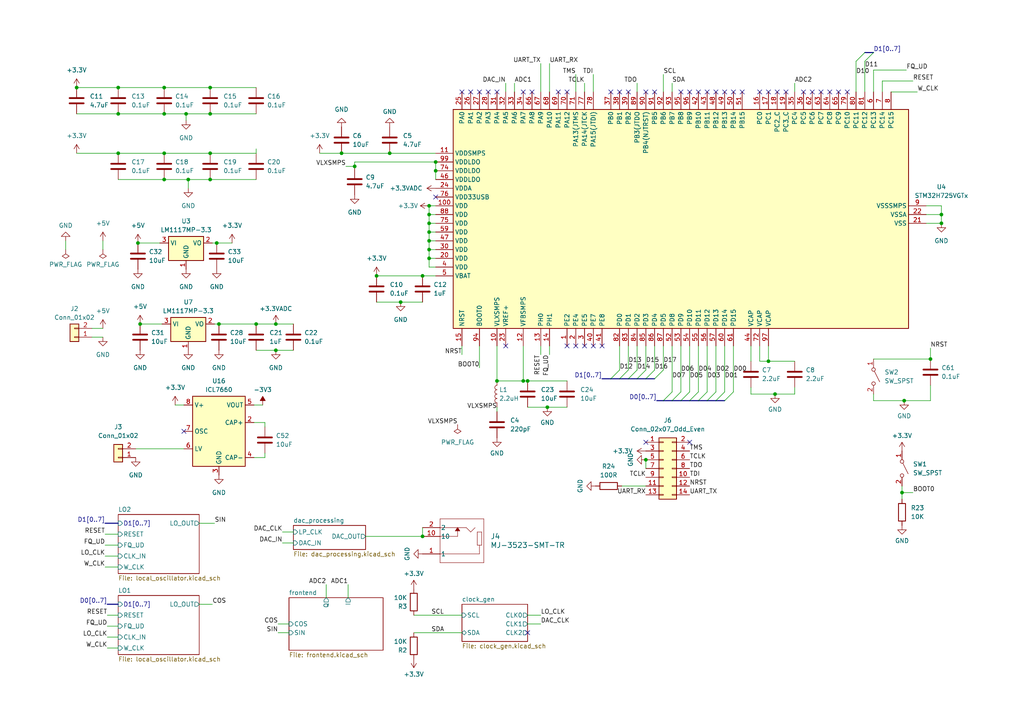
<source format=kicad_sch>
(kicad_sch (version 20230121) (generator eeschema)

  (uuid 8520eda6-8ea2-46c6-b936-856b6ab0ca14)

  (paper "A4")

  

  (junction (at 124.46 74.93) (diameter 0) (color 0 0 0 0)
    (uuid 001cb814-5c93-41d3-8de3-c74cb05c1abe)
  )
  (junction (at 269.875 104.14) (diameter 0) (color 0 0 0 0)
    (uuid 02269c7d-0ac2-4f74-90bf-c27c5cf06486)
  )
  (junction (at 261.62 142.875) (diameter 0) (color 0 0 0 0)
    (uuid 0cf4438e-91db-4980-a4ec-ab5fa16e846a)
  )
  (junction (at 124.46 64.77) (diameter 0) (color 0 0 0 0)
    (uuid 1abc60d4-acb4-4af5-bd6f-38e173967c6e)
  )
  (junction (at 124.46 69.85) (diameter 0) (color 0 0 0 0)
    (uuid 21851806-fb11-4180-9adf-e8afe0eafb3a)
  )
  (junction (at 47.625 44.45) (diameter 0) (color 0 0 0 0)
    (uuid 3538b336-3a6d-4b14-a22b-0172fd059099)
  )
  (junction (at 40.005 70.485) (diameter 0) (color 0 0 0 0)
    (uuid 3b1f6215-d663-486d-aa17-8bb5a267ab27)
  )
  (junction (at 34.29 33.02) (diameter 0) (color 0 0 0 0)
    (uuid 3d375a8d-5235-4abe-9f0c-2fa486086461)
  )
  (junction (at 60.96 25.4) (diameter 0) (color 0 0 0 0)
    (uuid 3da8f4dd-e12d-4946-a628-2f1baee6a4b3)
  )
  (junction (at 99.06 44.45) (diameter 0) (color 0 0 0 0)
    (uuid 40a800ec-d3f1-42ab-82c6-f1da8979ad5c)
  )
  (junction (at 54.61 52.07) (diameter 0) (color 0 0 0 0)
    (uuid 44336764-e33e-4f53-97e0-a2ee8b40f23e)
  )
  (junction (at 222.885 104.775) (diameter 0) (color 0 0 0 0)
    (uuid 48091bf6-aa66-4814-8e00-fc4c00e5dfd3)
  )
  (junction (at 116.205 87.63) (diameter 0) (color 0 0 0 0)
    (uuid 4dc8e745-7366-42db-a0e4-52ee9bc86b42)
  )
  (junction (at 102.87 48.26) (diameter 0) (color 0 0 0 0)
    (uuid 4e70bac6-5c01-4740-8ce9-0934b8286cde)
  )
  (junction (at 124.46 62.23) (diameter 0) (color 0 0 0 0)
    (uuid 588e6ae3-b50e-4ca4-b8a9-2ad2f39e77bc)
  )
  (junction (at 47.625 52.07) (diameter 0) (color 0 0 0 0)
    (uuid 5c712a11-d122-4a6a-9597-f76288cde5dc)
  )
  (junction (at 144.145 110.49) (diameter 0) (color 0 0 0 0)
    (uuid 5d3cf3e8-98f6-4d18-a6d5-a0095acf6686)
  )
  (junction (at 187.325 133.35) (diameter 0) (color 0 0 0 0)
    (uuid 6d3b4867-0c18-4d9f-8434-975e23063d19)
  )
  (junction (at 158.75 118.11) (diameter 0) (color 0 0 0 0)
    (uuid 6fb90090-24c9-4d35-ba6d-173d05da40d9)
  )
  (junction (at 40.64 93.98) (diameter 0) (color 0 0 0 0)
    (uuid 72d9a9f9-f7ba-42f6-888d-f185057727c2)
  )
  (junction (at 80.01 101.6) (diameter 0) (color 0 0 0 0)
    (uuid 73298084-1901-4033-b610-9a83e802c07b)
  )
  (junction (at 122.555 155.575) (diameter 0) (color 0 0 0 0)
    (uuid 742938b5-16b9-40ed-8784-5d23c51861d9)
  )
  (junction (at 124.46 59.69) (diameter 0) (color 0 0 0 0)
    (uuid 7561055b-a235-485c-b87b-483db59c957e)
  )
  (junction (at 47.625 33.02) (diameter 0) (color 0 0 0 0)
    (uuid 838387cb-c64a-4f52-abfc-73294c39deee)
  )
  (junction (at 224.79 114.3) (diameter 0) (color 0 0 0 0)
    (uuid 865f2b7f-ce2f-4db7-9711-8fe9aef01ceb)
  )
  (junction (at 62.865 70.485) (diameter 0) (color 0 0 0 0)
    (uuid 8c0c2c95-0b3a-4d21-8c4f-b6dc99656bbe)
  )
  (junction (at 22.225 25.4) (diameter 0) (color 0 0 0 0)
    (uuid 8d7884e2-9e69-4cc4-80ac-8c9a6c1fe1dc)
  )
  (junction (at 60.96 33.02) (diameter 0) (color 0 0 0 0)
    (uuid 90ab65b0-f8f7-487f-9e0c-ea09b825bcd4)
  )
  (junction (at 60.96 44.45) (diameter 0) (color 0 0 0 0)
    (uuid 93c72025-ab91-4d79-8f72-edf7856e5358)
  )
  (junction (at 60.96 52.07) (diameter 0) (color 0 0 0 0)
    (uuid a02ca9f6-9762-4055-b65f-b4439ef18e22)
  )
  (junction (at 124.46 72.39) (diameter 0) (color 0 0 0 0)
    (uuid a594be39-7435-4d88-aa0b-ded26c8ac536)
  )
  (junction (at 34.29 44.45) (diameter 0) (color 0 0 0 0)
    (uuid a5cc575d-3f7a-4f7f-a772-1618cb58e018)
  )
  (junction (at 47.625 25.4) (diameter 0) (color 0 0 0 0)
    (uuid ab9d855c-1c89-47fc-8e38-124e8f193189)
  )
  (junction (at 109.22 80.01) (diameter 0) (color 0 0 0 0)
    (uuid af3065ca-2b52-469c-9f9f-832f91433bb6)
  )
  (junction (at 262.255 116.205) (diameter 0) (color 0 0 0 0)
    (uuid b3466aa0-28cf-4fad-a34f-0efb0957e5a1)
  )
  (junction (at 53.975 33.02) (diameter 0) (color 0 0 0 0)
    (uuid ba5b02d6-7218-425d-8977-94ee7b8cffdb)
  )
  (junction (at 126.365 49.53) (diameter 0) (color 0 0 0 0)
    (uuid c70b992c-e8ce-4e41-aa34-a4edfd71a6be)
  )
  (junction (at 153.035 110.49) (diameter 0) (color 0 0 0 0)
    (uuid c960a969-32cf-418e-af14-61ad635466f7)
  )
  (junction (at 126.365 46.99) (diameter 0) (color 0 0 0 0)
    (uuid c9d78c12-006e-47e6-a062-32c72e5b3b25)
  )
  (junction (at 151.765 110.49) (diameter 0) (color 0 0 0 0)
    (uuid cd263ad6-4d51-4d96-9133-c0feb68ccd88)
  )
  (junction (at 273.05 62.23) (diameter 0) (color 0 0 0 0)
    (uuid dd7e7a68-86d7-4152-a3e7-977578c2e427)
  )
  (junction (at 63.5 93.98) (diameter 0) (color 0 0 0 0)
    (uuid deb7f2f4-9b94-4f2e-a601-93c479432f4f)
  )
  (junction (at 74.295 93.98) (diameter 0) (color 0 0 0 0)
    (uuid e057da7a-2092-4e25-825e-beafa7c25f9b)
  )
  (junction (at 122.555 80.01) (diameter 0) (color 0 0 0 0)
    (uuid e842e330-fd93-45ff-b16b-5fe40d5eea93)
  )
  (junction (at 34.29 25.4) (diameter 0) (color 0 0 0 0)
    (uuid e9666db9-042c-4b1a-a92c-ef04a3bedb20)
  )
  (junction (at 80.01 93.98) (diameter 0) (color 0 0 0 0)
    (uuid e9b40354-dbe3-484e-9240-fc5559c129a4)
  )
  (junction (at 124.46 67.31) (diameter 0) (color 0 0 0 0)
    (uuid ea3f3ed6-5138-4fd5-84a6-97a2c105e947)
  )
  (junction (at 273.05 64.77) (diameter 0) (color 0 0 0 0)
    (uuid f0821b5d-7a6b-4b3e-b9b9-3ee6a91b9743)
  )
  (junction (at 113.03 44.45) (diameter 0) (color 0 0 0 0)
    (uuid f9864fac-75b0-4bf2-bb0a-7d9f10a8186b)
  )

  (no_connect (at 189.865 26.67) (uuid 0727f6ce-f5d1-40b8-a1b9-8cccace60861))
  (no_connect (at 136.525 26.67) (uuid 165a6fc1-e603-48c3-a4ec-b866e2d8ed77))
  (no_connect (at 177.165 26.67) (uuid 17bcb4c2-8b43-4eb6-9a73-ae68fbb6f7d1))
  (no_connect (at 197.485 26.67) (uuid 1d356966-af4d-4028-be66-fbcdde81872f))
  (no_connect (at 225.425 26.67) (uuid 217a7215-8409-41ef-8bfe-ed7a16462c2b))
  (no_connect (at 182.245 26.67) (uuid 24177fbd-3b55-4c7e-a129-2edb4a615270))
  (no_connect (at 238.125 26.67) (uuid 2a17c08c-5a2a-423d-a483-30386384dd8c))
  (no_connect (at 179.705 26.67) (uuid 2a8fc393-6108-444b-95f8-aa3469b1b07e))
  (no_connect (at 187.325 128.27) (uuid 2c3a6b0a-9db7-4b4e-8200-c90c86604510))
  (no_connect (at 240.665 26.67) (uuid 30c2c9f2-353d-48bd-b297-1cbcd138381a))
  (no_connect (at 215.265 26.67) (uuid 374b91fd-fa1e-488d-8d42-bd8ce76597ff))
  (no_connect (at 187.325 26.67) (uuid 37c68efe-5367-4f94-aeb4-20d2868ca3db))
  (no_connect (at 212.725 26.67) (uuid 3880f4fa-1921-40b7-8425-22ff1a9b2d1a))
  (no_connect (at 200.025 128.27) (uuid 3ac13130-53ea-4459-9b85-7ce8e480d30d))
  (no_connect (at 139.065 26.67) (uuid 42cdd0bf-a15c-49c2-9414-8d5fbdf49ae6))
  (no_connect (at 174.625 100.33) (uuid 4587ac96-2e26-466d-8c8b-26147e50b3f7))
  (no_connect (at 202.565 26.67) (uuid 49301fa7-ceeb-4b75-b2a4-20f23a9fa8b0))
  (no_connect (at 233.045 26.67) (uuid 4940066c-7c0b-4774-95c2-a3f50416ca42))
  (no_connect (at 164.465 100.33) (uuid 4d30f582-80ed-45e7-b97f-42d524077300))
  (no_connect (at 245.745 26.67) (uuid 69aac2d3-58c1-417a-9624-d8d2739b2a2b))
  (no_connect (at 200.025 26.67) (uuid 6bc25d4e-77a2-431f-aa6b-efedbc68bea3))
  (no_connect (at 146.685 100.33) (uuid 7f3f8f32-06cc-4ec1-a0d8-d4807b2e4b9f))
  (no_connect (at 144.145 26.67) (uuid 85c471b9-388d-46f3-9b9b-40557dea8f08))
  (no_connect (at 133.985 26.67) (uuid a0b86e10-a303-49ed-8dc2-2b24b61039a7))
  (no_connect (at 154.305 26.67) (uuid a5dee010-33e1-4272-9fe2-35fcab34bc7f))
  (no_connect (at 53.34 125.095) (uuid a64a76e8-9a5a-4f45-988a-8820bf10304f))
  (no_connect (at 167.005 100.33) (uuid a8e4c826-f2ab-441f-a285-068daead4a44))
  (no_connect (at 141.605 26.67) (uuid af372112-9622-4b5e-900a-19e2518eb458))
  (no_connect (at 220.345 26.67) (uuid bf0be700-baad-4279-96f7-8e4610f637af))
  (no_connect (at 169.545 100.33) (uuid bf6e4b5e-74a2-44eb-b6a4-6e57007f095d))
  (no_connect (at 153.035 183.515) (uuid caca453d-d720-4bd6-a696-a2f4a1221b3d))
  (no_connect (at 243.205 26.67) (uuid ccc0fd35-1d9c-46aa-acfd-761bcecfa7f7))
  (no_connect (at 164.465 26.67) (uuid cd390bdd-c96b-4255-84e2-416eb891c1b7))
  (no_connect (at 207.645 26.67) (uuid d0e6da6f-6623-47d1-80a6-f99e4196b605))
  (no_connect (at 210.185 26.67) (uuid dbde3bb8-b67b-47e8-8994-94fa0444902d))
  (no_connect (at 227.965 26.67) (uuid e4e6b0a0-cf3d-45f5-9eb4-a138c45232bd))
  (no_connect (at 161.925 26.67) (uuid effdb286-6e6f-42f5-8296-1100f493f9d4))
  (no_connect (at 172.085 100.33) (uuid f2b485bf-6131-4f06-ba4c-db8f9f94d60d))
  (no_connect (at 222.885 26.67) (uuid f7855c29-209f-4d33-9531-236da7930a73))
  (no_connect (at 235.585 26.67) (uuid fa7da8f9-1d71-4aa5-a90b-b51ee4a94ccf))
  (no_connect (at 205.105 26.67) (uuid fb4145b5-5a33-4cd0-abc4-5a11c14c7523))
  (no_connect (at 126.365 57.15) (uuid fc3a6694-0742-4d97-987b-a9253fc6b6c8))
  (no_connect (at 151.765 26.67) (uuid fef954e6-47e3-4277-a0db-7b3a009faa20))

  (bus_entry (at 250.825 15.24) (size -2.54 2.54)
    (stroke (width 0) (type default))
    (uuid 021e4b3b-8d09-4316-8f41-73d86c78ffc1)
  )
  (bus_entry (at 200.025 116.205) (size 2.54 -2.54)
    (stroke (width 0) (type default))
    (uuid 0b6af008-a565-45a8-abf8-385c2cfa861d)
  )
  (bus_entry (at 189.865 109.855) (size 2.54 -2.54)
    (stroke (width 0) (type default))
    (uuid 14a89589-daa2-432c-a9e1-b0e6c2187069)
  )
  (bus_entry (at 197.485 116.205) (size 2.54 -2.54)
    (stroke (width 0) (type default))
    (uuid 1b852516-7be1-4396-a110-1923668f79ab)
  )
  (bus_entry (at 184.785 109.855) (size 2.54 -2.54)
    (stroke (width 0) (type default))
    (uuid 4eeae5aa-96ab-47a0-a751-d93a5d489009)
  )
  (bus_entry (at 253.365 15.24) (size -2.54 2.54)
    (stroke (width 0) (type default))
    (uuid 6c5cc3a8-f7b9-490c-ac1d-6fd800ab27e9)
  )
  (bus_entry (at 207.645 116.205) (size 2.54 -2.54)
    (stroke (width 0) (type default))
    (uuid 7cf97915-f2df-4e6c-9ed9-7b39e53e40c0)
  )
  (bus_entry (at 205.105 116.205) (size 2.54 -2.54)
    (stroke (width 0) (type default))
    (uuid 918b8e29-5d6b-46a2-af1c-dc235031dfb0)
  )
  (bus_entry (at 210.185 116.205) (size 2.54 -2.54)
    (stroke (width 0) (type default))
    (uuid a54c3241-8e7c-42b3-af18-5a3d5fc040d5)
  )
  (bus_entry (at 182.245 109.855) (size 2.54 -2.54)
    (stroke (width 0) (type default))
    (uuid ad5f066e-0ab2-4d90-a681-ad9ff92f3d8c)
  )
  (bus_entry (at 177.165 109.855) (size 2.54 -2.54)
    (stroke (width 0) (type default))
    (uuid b2cf3a6d-c1ba-4a6d-9c55-f47615007b9c)
  )
  (bus_entry (at 194.945 116.205) (size 2.54 -2.54)
    (stroke (width 0) (type default))
    (uuid babda99b-c307-4b99-bdfa-af35b37d4e58)
  )
  (bus_entry (at 192.405 116.205) (size 2.54 -2.54)
    (stroke (width 0) (type default))
    (uuid c6d056c5-8de8-4a4f-9872-5982d4c327f3)
  )
  (bus_entry (at 187.325 109.855) (size 2.54 -2.54)
    (stroke (width 0) (type default))
    (uuid e4e385fa-ea4d-4f0a-8526-e37e3348a633)
  )
  (bus_entry (at 202.565 116.205) (size 2.54 -2.54)
    (stroke (width 0) (type default))
    (uuid e743815d-6911-4e1b-a896-d6c4393399bd)
  )
  (bus_entry (at 179.705 109.855) (size 2.54 -2.54)
    (stroke (width 0) (type default))
    (uuid f422b12b-31f0-4dfc-8345-0d18f11ee3f6)
  )

  (wire (pts (xy 57.785 175.26) (xy 61.595 175.26))
    (stroke (width 0) (type default))
    (uuid 008bf9b0-751e-473f-bba2-f6166decf7e5)
  )
  (wire (pts (xy 100.33 48.26) (xy 102.87 48.26))
    (stroke (width 0) (type default))
    (uuid 00fe5160-496c-4c6d-8933-f37d3beab8ff)
  )
  (wire (pts (xy 22.225 44.45) (xy 34.29 44.45))
    (stroke (width 0) (type default))
    (uuid 01718aa2-a76a-42a6-be93-56d8780e391c)
  )
  (wire (pts (xy 74.295 101.6) (xy 80.01 101.6))
    (stroke (width 0) (type default))
    (uuid 01f470d8-13c2-4449-9d9f-b93c36338987)
  )
  (wire (pts (xy 80.01 101.6) (xy 85.09 101.6))
    (stroke (width 0) (type default))
    (uuid 0313fb54-f50c-44d4-8632-ed6dcd8a0f94)
  )
  (wire (pts (xy 81.915 157.48) (xy 85.09 157.48))
    (stroke (width 0) (type default))
    (uuid 0441fb4f-7791-43e9-8b78-8611e073ed95)
  )
  (wire (pts (xy 133.985 100.33) (xy 133.985 102.87))
    (stroke (width 0) (type default))
    (uuid 088d9ef7-53e6-4fbd-b966-39aba8c4b374)
  )
  (wire (pts (xy 151.765 100.33) (xy 151.765 110.49))
    (stroke (width 0) (type default))
    (uuid 08e87432-efd9-4eab-8154-17dfdde04ac3)
  )
  (wire (pts (xy 189.865 100.33) (xy 189.865 107.315))
    (stroke (width 0) (type default))
    (uuid 0b41133a-d9ae-4dbf-a450-5cd2bb2c95b9)
  )
  (wire (pts (xy 34.29 44.45) (xy 47.625 44.45))
    (stroke (width 0) (type default))
    (uuid 0dfbc6fe-874c-449b-b27d-2320e3622cad)
  )
  (wire (pts (xy 156.845 100.33) (xy 156.845 102.87))
    (stroke (width 0) (type default))
    (uuid 0e02dae2-f0d4-43d4-b9af-d62c5453899a)
  )
  (wire (pts (xy 158.75 118.11) (xy 164.465 118.11))
    (stroke (width 0) (type default))
    (uuid 0f3a7b17-673b-43a3-97b3-034aaa812707)
  )
  (wire (pts (xy 180.34 140.97) (xy 187.325 140.97))
    (stroke (width 0) (type default))
    (uuid 0f4013d0-9602-412f-ac3c-fae0b0eeab0d)
  )
  (wire (pts (xy 253.365 116.205) (xy 262.255 116.205))
    (stroke (width 0) (type default))
    (uuid 116c262a-ae2c-4042-9d69-b230f380e5e0)
  )
  (wire (pts (xy 212.725 100.33) (xy 212.725 113.665))
    (stroke (width 0) (type default))
    (uuid 117a8dcd-abba-4998-b3ad-7bd31b911f87)
  )
  (wire (pts (xy 255.905 23.495) (xy 264.795 23.495))
    (stroke (width 0) (type default))
    (uuid 122585e4-63f8-4df2-a88c-72d058bc4d04)
  )
  (wire (pts (xy 74.295 43.18) (xy 74.295 44.45))
    (stroke (width 0) (type default))
    (uuid 128d1907-c1d0-4645-b3fa-a1e7f6ceb554)
  )
  (wire (pts (xy 197.485 100.33) (xy 197.485 113.665))
    (stroke (width 0) (type default))
    (uuid 13778348-2c97-4aef-b0f4-7086b63cc0d9)
  )
  (wire (pts (xy 54.61 52.07) (xy 54.61 54.61))
    (stroke (width 0) (type default))
    (uuid 1548a193-8a4c-4278-b824-1e310e7264f6)
  )
  (wire (pts (xy 63.5 93.98) (xy 74.295 93.98))
    (stroke (width 0) (type default))
    (uuid 17234ab9-4e68-40d8-bfd6-96cf3f597eb8)
  )
  (wire (pts (xy 29.845 69.85) (xy 29.845 72.39))
    (stroke (width 0) (type default))
    (uuid 1ad3fd36-c4a8-4231-8ed3-4ff0182684a4)
  )
  (wire (pts (xy 210.185 100.33) (xy 210.185 113.665))
    (stroke (width 0) (type default))
    (uuid 1c37692f-f9c5-44bc-875b-a48486fe6f15)
  )
  (wire (pts (xy 116.205 87.63) (xy 122.555 87.63))
    (stroke (width 0) (type default))
    (uuid 1cd6958f-f7b1-46ad-9e2d-b6f9d0af553f)
  )
  (bus (pts (xy 184.785 109.855) (xy 182.245 109.855))
    (stroke (width 0) (type default))
    (uuid 21aa005e-9745-4fbe-96e6-94a538e7ead1)
  )

  (wire (pts (xy 159.385 18.415) (xy 159.385 26.67))
    (stroke (width 0) (type default))
    (uuid 22713bfd-a29c-4645-b2e8-2acecf96b1bd)
  )
  (wire (pts (xy 102.87 48.26) (xy 102.87 48.895))
    (stroke (width 0) (type default))
    (uuid 22e595d3-330c-40e6-8a5b-13f79d11b162)
  )
  (wire (pts (xy 76.835 132.715) (xy 76.835 131.445))
    (stroke (width 0) (type default))
    (uuid 2565eac8-4a85-4575-bfce-be0d3047ee60)
  )
  (wire (pts (xy 73.66 117.475) (xy 76.2 117.475))
    (stroke (width 0) (type default))
    (uuid 25df4cf1-9879-4e91-9206-99171ecc7832)
  )
  (wire (pts (xy 47.625 52.07) (xy 54.61 52.07))
    (stroke (width 0) (type default))
    (uuid 265c4cf9-1bd1-432d-b9f7-99f27519d326)
  )
  (wire (pts (xy 153.035 180.975) (xy 156.845 180.975))
    (stroke (width 0) (type default))
    (uuid 27152d4d-d5c4-46cc-a738-832dbe9b57b4)
  )
  (wire (pts (xy 40.64 93.98) (xy 46.99 93.98))
    (stroke (width 0) (type default))
    (uuid 291e40b1-bdc5-4cd2-b58e-e8189287c16c)
  )
  (wire (pts (xy 230.505 112.395) (xy 230.505 114.3))
    (stroke (width 0) (type default))
    (uuid 296bf757-3c0b-494e-92a3-e930d3ffbe50)
  )
  (wire (pts (xy 30.48 164.465) (xy 34.29 164.465))
    (stroke (width 0) (type default))
    (uuid 2b384ae0-314d-48e1-9144-1ecc4bcf11e1)
  )
  (wire (pts (xy 30.48 161.29) (xy 34.29 161.29))
    (stroke (width 0) (type default))
    (uuid 2da4d9c7-476d-4167-a419-e3f21966eea5)
  )
  (wire (pts (xy 34.29 33.02) (xy 47.625 33.02))
    (stroke (width 0) (type default))
    (uuid 2e5fef62-59a9-4e92-899d-402f64ea7c32)
  )
  (wire (pts (xy 144.145 110.49) (xy 151.765 110.49))
    (stroke (width 0) (type default))
    (uuid 2ed74cc9-bdac-4ace-a3ee-d157236c5f66)
  )
  (wire (pts (xy 113.03 44.45) (xy 126.365 44.45))
    (stroke (width 0) (type default))
    (uuid 2ee90013-c198-4329-a036-6175b68ce8ff)
  )
  (wire (pts (xy 62.865 70.485) (xy 67.31 70.485))
    (stroke (width 0) (type default))
    (uuid 30df5eba-74dc-4d9f-aff3-733dbcd8ea1e)
  )
  (wire (pts (xy 124.46 67.31) (xy 126.365 67.31))
    (stroke (width 0) (type default))
    (uuid 3140ea10-0181-47b3-b3aa-3b9b63f2971e)
  )
  (wire (pts (xy 122.555 155.575) (xy 122.555 153.035))
    (stroke (width 0) (type default))
    (uuid 315648d5-4b7f-45df-81be-e99cb49aeaab)
  )
  (wire (pts (xy 269.875 100.965) (xy 269.875 104.14))
    (stroke (width 0) (type default))
    (uuid 3275bf57-6d8a-4502-9d84-dbe40f682550)
  )
  (bus (pts (xy 190.5 116.205) (xy 192.405 116.205))
    (stroke (width 0) (type default))
    (uuid 33509e80-99e5-4935-a522-492f181e4793)
  )

  (wire (pts (xy 167.005 21.59) (xy 167.005 26.67))
    (stroke (width 0) (type default))
    (uuid 36cdb1e2-835f-4551-b6af-933fc5ef6ad8)
  )
  (wire (pts (xy 73.66 132.715) (xy 76.835 132.715))
    (stroke (width 0) (type default))
    (uuid 3a7e9a20-05ed-49b4-86d8-2a4b6c960f08)
  )
  (bus (pts (xy 202.565 116.205) (xy 205.105 116.205))
    (stroke (width 0) (type default))
    (uuid 3a7f7a07-b8fb-4789-b9a5-327320915e81)
  )

  (wire (pts (xy 159.385 100.33) (xy 159.385 102.87))
    (stroke (width 0) (type default))
    (uuid 3adb7d15-2c90-40bd-89ee-54ff0c0ff80f)
  )
  (wire (pts (xy 153.035 178.435) (xy 156.845 178.435))
    (stroke (width 0) (type default))
    (uuid 3b3a61a5-5925-450a-8702-08c4aa18616c)
  )
  (wire (pts (xy 73.66 122.555) (xy 76.835 122.555))
    (stroke (width 0) (type default))
    (uuid 3bba2f89-3156-443e-a87e-8d1a7765c5c3)
  )
  (wire (pts (xy 124.46 62.23) (xy 124.46 64.77))
    (stroke (width 0) (type default))
    (uuid 3d2ed7a4-9a04-4b56-bcb7-9740906bc54f)
  )
  (wire (pts (xy 144.145 100.33) (xy 144.145 110.49))
    (stroke (width 0) (type default))
    (uuid 420dddef-0744-4fb3-885e-502e8c78af8c)
  )
  (wire (pts (xy 124.46 59.69) (xy 124.46 62.23))
    (stroke (width 0) (type default))
    (uuid 4296e21d-41d2-46f1-8d5d-19df72276cc7)
  )
  (wire (pts (xy 222.885 104.775) (xy 230.505 104.775))
    (stroke (width 0) (type default))
    (uuid 452b51a6-e89b-4d40-88c4-8d69c29f8a94)
  )
  (wire (pts (xy 184.785 100.33) (xy 184.785 107.315))
    (stroke (width 0) (type default))
    (uuid 45733607-1753-498e-96d5-06fd99d2e0ee)
  )
  (wire (pts (xy 139.065 100.33) (xy 139.065 106.68))
    (stroke (width 0) (type default))
    (uuid 46103cef-9d7f-47ac-94e7-062e1e18e882)
  )
  (wire (pts (xy 47.625 44.45) (xy 60.96 44.45))
    (stroke (width 0) (type default))
    (uuid 4747e616-0a45-4d3f-8445-c43da4009ce1)
  )
  (wire (pts (xy 34.29 25.4) (xy 47.625 25.4))
    (stroke (width 0) (type default))
    (uuid 476be6b7-d6a3-4325-8eb7-c28ce4ca013b)
  )
  (wire (pts (xy 230.505 24.13) (xy 230.505 26.67))
    (stroke (width 0) (type default))
    (uuid 47debbbf-e7d4-451e-8558-3cb5354d6fbd)
  )
  (bus (pts (xy 250.825 15.24) (xy 253.365 15.24))
    (stroke (width 0) (type default))
    (uuid 4b24aa6f-1cf6-43fc-82aa-d93025ad6755)
  )

  (wire (pts (xy 81.915 154.305) (xy 85.09 154.305))
    (stroke (width 0) (type default))
    (uuid 4b906003-917c-47f0-9987-6ce18ac8b342)
  )
  (wire (pts (xy 22.225 25.4) (xy 34.29 25.4))
    (stroke (width 0) (type default))
    (uuid 4ba104ee-265a-40c0-bc34-f18274f74446)
  )
  (wire (pts (xy 217.805 114.3) (xy 224.79 114.3))
    (stroke (width 0) (type default))
    (uuid 4c034e18-c87d-4c35-892f-b890bfd57475)
  )
  (wire (pts (xy 124.46 74.93) (xy 126.365 74.93))
    (stroke (width 0) (type default))
    (uuid 4cc92071-cebf-4dcf-bede-fa5d86af8ec6)
  )
  (wire (pts (xy 261.62 140.97) (xy 261.62 142.875))
    (stroke (width 0) (type default))
    (uuid 4d2880b5-1f1f-4e21-91ee-b20df998b134)
  )
  (wire (pts (xy 182.245 100.33) (xy 182.245 107.315))
    (stroke (width 0) (type default))
    (uuid 4e9b59f8-48f9-4b6a-9afc-017005959450)
  )
  (wire (pts (xy 250.825 17.78) (xy 250.825 26.67))
    (stroke (width 0) (type default))
    (uuid 4fefafe4-00b6-4975-a245-47c1be851602)
  )
  (wire (pts (xy 248.285 17.78) (xy 248.285 26.67))
    (stroke (width 0) (type default))
    (uuid 50d6d376-f7ef-40cc-ada3-2133c2482f71)
  )
  (wire (pts (xy 60.96 44.45) (xy 74.295 44.45))
    (stroke (width 0) (type default))
    (uuid 50e36507-f631-4459-83e6-076bdd593fad)
  )
  (wire (pts (xy 62.23 93.98) (xy 63.5 93.98))
    (stroke (width 0) (type default))
    (uuid 512ca54d-c6e1-45c3-a855-6e9411e7ff26)
  )
  (wire (pts (xy 255.905 23.495) (xy 255.905 26.67))
    (stroke (width 0) (type default))
    (uuid 54aa8e66-7310-4aef-8a9b-afcdaf1ca7ca)
  )
  (wire (pts (xy 153.035 110.49) (xy 164.465 110.49))
    (stroke (width 0) (type default))
    (uuid 55034bb2-3bd4-4e57-9892-069c208a0dd8)
  )
  (wire (pts (xy 124.46 64.77) (xy 124.46 67.31))
    (stroke (width 0) (type default))
    (uuid 58ba9dd6-c923-4fc3-9262-c80051760892)
  )
  (wire (pts (xy 273.05 62.23) (xy 273.05 64.77))
    (stroke (width 0) (type default))
    (uuid 59f15ed5-eaff-4ba3-8b4c-582ba0dab034)
  )
  (wire (pts (xy 109.22 87.63) (xy 116.205 87.63))
    (stroke (width 0) (type default))
    (uuid 5ac88b3d-52ab-43e1-bfde-b1fd645afb6c)
  )
  (wire (pts (xy 53.975 33.02) (xy 53.975 34.925))
    (stroke (width 0) (type default))
    (uuid 5edb50c5-f169-4291-9f99-ab61cfe9d44f)
  )
  (wire (pts (xy 253.365 20.32) (xy 262.89 20.32))
    (stroke (width 0) (type default))
    (uuid 5f765a2a-a769-4c6f-be6f-0b932c505997)
  )
  (bus (pts (xy 189.865 109.855) (xy 187.325 109.855))
    (stroke (width 0) (type default))
    (uuid 603a6c24-cf75-44d3-a9c1-012d7a42f477)
  )

  (wire (pts (xy 124.46 67.31) (xy 124.46 69.85))
    (stroke (width 0) (type default))
    (uuid 6248f6f2-3a2f-428b-8786-570f66144971)
  )
  (wire (pts (xy 124.46 62.23) (xy 126.365 62.23))
    (stroke (width 0) (type default))
    (uuid 63f6725e-f2bc-4c77-b5b9-ee1a946fb971)
  )
  (wire (pts (xy 153.035 118.11) (xy 158.75 118.11))
    (stroke (width 0) (type default))
    (uuid 690b0891-6e49-4968-ad99-5a832704b013)
  )
  (wire (pts (xy 76.835 122.555) (xy 76.835 123.825))
    (stroke (width 0) (type default))
    (uuid 69100f14-c3ce-4ba7-bb91-a387301d3a9a)
  )
  (wire (pts (xy 124.46 72.39) (xy 124.46 74.93))
    (stroke (width 0) (type default))
    (uuid 6cca0439-2e13-47ee-a82b-2889ab25d75d)
  )
  (wire (pts (xy 122.555 80.01) (xy 126.365 80.01))
    (stroke (width 0) (type default))
    (uuid 6e8bac89-b1c1-4267-8604-6e72308dc755)
  )
  (bus (pts (xy 200.025 116.205) (xy 202.565 116.205))
    (stroke (width 0) (type default))
    (uuid 6f52eca9-96ae-4403-a39c-0b357dbcd1f2)
  )
  (bus (pts (xy 174.625 109.855) (xy 177.165 109.855))
    (stroke (width 0) (type default))
    (uuid 713b64e8-8ca1-4eaf-9ec5-0820cc848b34)
  )

  (wire (pts (xy 194.945 24.13) (xy 194.945 26.67))
    (stroke (width 0) (type default))
    (uuid 7189ad5f-3fb7-44e0-9221-fd66c3c65b10)
  )
  (wire (pts (xy 169.545 24.13) (xy 169.545 26.67))
    (stroke (width 0) (type default))
    (uuid 73e7ee22-908a-4f9d-82cf-2604f87b108a)
  )
  (wire (pts (xy 39.37 130.175) (xy 53.34 130.175))
    (stroke (width 0) (type default))
    (uuid 744b1f7c-9902-422c-9852-5a4e6ebca084)
  )
  (bus (pts (xy 194.945 116.205) (xy 197.485 116.205))
    (stroke (width 0) (type default))
    (uuid 76caf375-714c-4127-bded-e77229ac322c)
  )

  (wire (pts (xy 47.625 25.4) (xy 60.96 25.4))
    (stroke (width 0) (type default))
    (uuid 76d1bd6a-e4a2-4d58-bef6-5c2b70530c87)
  )
  (wire (pts (xy 124.46 74.93) (xy 124.46 77.47))
    (stroke (width 0) (type default))
    (uuid 76dbe8ad-347d-479d-9cd9-202b26f33e7f)
  )
  (wire (pts (xy 149.225 24.13) (xy 149.225 26.67))
    (stroke (width 0) (type default))
    (uuid 77085569-c675-4a8f-85b6-d0420304d191)
  )
  (wire (pts (xy 57.785 151.765) (xy 62.23 151.765))
    (stroke (width 0) (type default))
    (uuid 776c3ea8-e115-4b10-a8f7-ac042fd21e53)
  )
  (wire (pts (xy 205.105 100.33) (xy 205.105 113.665))
    (stroke (width 0) (type default))
    (uuid 788f7f29-72e5-4d2d-978c-e670a0ae3471)
  )
  (wire (pts (xy 253.365 104.14) (xy 269.875 104.14))
    (stroke (width 0) (type default))
    (uuid 78f0d6a0-f367-4ceb-b2e3-bedb9c7a50dc)
  )
  (wire (pts (xy 120.015 183.515) (xy 133.985 183.515))
    (stroke (width 0) (type default))
    (uuid 7a81338b-25f3-4735-a36b-8915d2a73e6a)
  )
  (wire (pts (xy 124.46 69.85) (xy 126.365 69.85))
    (stroke (width 0) (type default))
    (uuid 7bea1f84-d66d-414e-b0a1-d44c9218f280)
  )
  (wire (pts (xy 31.115 181.61) (xy 34.29 181.61))
    (stroke (width 0) (type default))
    (uuid 7c211524-01cf-49a7-9ce9-ab2e0aebea09)
  )
  (wire (pts (xy 80.645 180.975) (xy 83.82 180.975))
    (stroke (width 0) (type default))
    (uuid 7cb7676b-02b1-4a2c-a0a0-67c97d816003)
  )
  (bus (pts (xy 207.645 116.205) (xy 210.185 116.205))
    (stroke (width 0) (type default))
    (uuid 7f714cce-b08e-4f65-9fad-cd75cdc47919)
  )
  (bus (pts (xy 205.105 116.205) (xy 207.645 116.205))
    (stroke (width 0) (type default))
    (uuid 7fd82cfc-9271-4cc6-ab3f-8b6b724539e7)
  )

  (wire (pts (xy 124.46 69.85) (xy 124.46 72.39))
    (stroke (width 0) (type default))
    (uuid 803edbec-1f82-454f-87ea-d6cc9afffece)
  )
  (wire (pts (xy 61.595 70.485) (xy 62.865 70.485))
    (stroke (width 0) (type default))
    (uuid 808f4269-3e83-475c-9724-984d1eb95eef)
  )
  (wire (pts (xy 156.845 18.415) (xy 156.845 26.67))
    (stroke (width 0) (type default))
    (uuid 82a7a680-e38b-4df4-876c-bb8fe822801f)
  )
  (wire (pts (xy 40.005 70.485) (xy 46.355 70.485))
    (stroke (width 0) (type default))
    (uuid 87cfaa54-6cf6-433a-adb7-2c814c3928da)
  )
  (wire (pts (xy 268.605 64.77) (xy 273.05 64.77))
    (stroke (width 0) (type default))
    (uuid 899c45b2-fd7d-4b52-bc56-bb904869077d)
  )
  (bus (pts (xy 197.485 116.205) (xy 200.025 116.205))
    (stroke (width 0) (type default))
    (uuid 8c9e5402-89fe-4f72-ac0d-d7956934dcab)
  )

  (wire (pts (xy 187.325 133.35) (xy 187.325 135.89))
    (stroke (width 0) (type default))
    (uuid 8cd5ca62-f879-4e72-914a-61a01ad3fcad)
  )
  (wire (pts (xy 102.87 46.99) (xy 102.87 48.26))
    (stroke (width 0) (type default))
    (uuid 90b9bc12-e2a0-4982-8306-3012c591d8e4)
  )
  (wire (pts (xy 258.445 26.67) (xy 266.065 26.67))
    (stroke (width 0) (type default))
    (uuid 91513e1f-b4cb-48b4-948e-932e3b2b5f26)
  )
  (wire (pts (xy 92.71 44.45) (xy 99.06 44.45))
    (stroke (width 0) (type default))
    (uuid 91acc310-ddda-401b-9057-f83e0f2cf565)
  )
  (wire (pts (xy 269.875 111.76) (xy 269.875 116.205))
    (stroke (width 0) (type default))
    (uuid 94b88a9c-e058-47bd-9e75-db6190b32886)
  )
  (wire (pts (xy 144.145 118.11) (xy 144.145 119.38))
    (stroke (width 0) (type default))
    (uuid 94efca24-8024-4f8a-896b-e5a32e9d9eda)
  )
  (wire (pts (xy 19.05 69.85) (xy 19.05 72.39))
    (stroke (width 0) (type default))
    (uuid 96a9ff6b-36c1-4f06-8799-691147e0f795)
  )
  (wire (pts (xy 192.405 100.33) (xy 192.405 107.315))
    (stroke (width 0) (type default))
    (uuid 97655c28-e984-42a3-b86a-d14a7192b40c)
  )
  (wire (pts (xy 80.01 93.98) (xy 85.09 93.98))
    (stroke (width 0) (type default))
    (uuid 97bff4eb-03f7-4c93-9d4a-21b334447366)
  )
  (bus (pts (xy 182.245 109.855) (xy 179.705 109.855))
    (stroke (width 0) (type default))
    (uuid 9a6672c0-ca6f-4c64-b7e1-57e111f82d90)
  )

  (wire (pts (xy 60.96 52.07) (xy 74.295 52.07))
    (stroke (width 0) (type default))
    (uuid 9ae313f5-6623-4db7-9650-e64c2b83de44)
  )
  (wire (pts (xy 109.22 80.01) (xy 122.555 80.01))
    (stroke (width 0) (type default))
    (uuid 9e149619-9335-4459-ab78-457df7e7f2ae)
  )
  (wire (pts (xy 54.61 52.07) (xy 60.96 52.07))
    (stroke (width 0) (type default))
    (uuid 9eb47d19-2de0-4352-abc7-419d152a07fa)
  )
  (wire (pts (xy 194.945 100.33) (xy 194.945 113.665))
    (stroke (width 0) (type default))
    (uuid a5253059-72c4-4f22-a3de-f06c99268df7)
  )
  (wire (pts (xy 124.46 72.39) (xy 126.365 72.39))
    (stroke (width 0) (type default))
    (uuid a9355ad8-b477-4013-abc7-78c9ccf7f988)
  )
  (bus (pts (xy 187.325 109.855) (xy 184.785 109.855))
    (stroke (width 0) (type default))
    (uuid aa3f7690-761f-483b-a2e5-b5f6e0dea915)
  )

  (wire (pts (xy 26.67 95.25) (xy 29.845 95.25))
    (stroke (width 0) (type default))
    (uuid aa7ffc22-f39e-4d42-914e-9875e44ee917)
  )
  (bus (pts (xy 192.405 116.205) (xy 194.945 116.205))
    (stroke (width 0) (type default))
    (uuid ab330a08-915b-457d-bdcc-2808ce047bba)
  )

  (wire (pts (xy 126.365 49.53) (xy 126.365 52.07))
    (stroke (width 0) (type default))
    (uuid b02bf3e6-27c8-40ed-8b76-cf72348697d5)
  )
  (wire (pts (xy 124.46 64.77) (xy 126.365 64.77))
    (stroke (width 0) (type default))
    (uuid b0acb556-3004-4204-abfb-d6c39a4e2e59)
  )
  (wire (pts (xy 146.685 24.13) (xy 146.685 26.67))
    (stroke (width 0) (type default))
    (uuid b58aac5b-4355-4092-b5b6-265e0276c142)
  )
  (wire (pts (xy 184.785 24.13) (xy 184.785 26.67))
    (stroke (width 0) (type default))
    (uuid b8be2546-402a-47a0-9493-9972045e4288)
  )
  (wire (pts (xy 253.365 114.3) (xy 253.365 116.205))
    (stroke (width 0) (type default))
    (uuid b934ee1b-4012-4abf-a7ad-82f04b308b81)
  )
  (wire (pts (xy 222.885 100.33) (xy 222.885 104.775))
    (stroke (width 0) (type default))
    (uuid bc4d703c-b718-4ca3-8c4a-3b6c419ce138)
  )
  (wire (pts (xy 151.765 110.49) (xy 153.035 110.49))
    (stroke (width 0) (type default))
    (uuid bca68c97-f6e8-49bc-bb4d-2cb963fe9152)
  )
  (wire (pts (xy 268.605 62.23) (xy 273.05 62.23))
    (stroke (width 0) (type default))
    (uuid bd170868-283d-46b5-a048-3c07f42e7310)
  )
  (wire (pts (xy 220.345 104.775) (xy 220.345 100.33))
    (stroke (width 0) (type default))
    (uuid bd633e5a-f526-4bf8-9497-9aad40734dd9)
  )
  (wire (pts (xy 172.085 21.59) (xy 172.085 26.67))
    (stroke (width 0) (type default))
    (uuid bf9f3090-10b4-49da-99f6-4ed30f599238)
  )
  (wire (pts (xy 192.405 21.59) (xy 192.405 26.67))
    (stroke (width 0) (type default))
    (uuid c10bad34-a95a-41ac-8c0f-42dd9417f142)
  )
  (wire (pts (xy 60.96 25.4) (xy 74.295 25.4))
    (stroke (width 0) (type default))
    (uuid c1f5e75d-d454-4e35-b30d-1c70d728995b)
  )
  (wire (pts (xy 94.615 169.545) (xy 94.615 173.355))
    (stroke (width 0) (type default))
    (uuid c3c504d3-41d7-4867-baf9-54fd1241fc0f)
  )
  (wire (pts (xy 224.79 114.3) (xy 230.505 114.3))
    (stroke (width 0) (type default))
    (uuid c56328b4-8f0c-4fd1-9963-f3fd8f705d79)
  )
  (wire (pts (xy 34.29 52.07) (xy 47.625 52.07))
    (stroke (width 0) (type default))
    (uuid c9713222-616b-450b-9868-91a6f3ac66ff)
  )
  (wire (pts (xy 120.015 178.435) (xy 133.985 178.435))
    (stroke (width 0) (type default))
    (uuid c9d6a1e5-4dac-48bf-9922-70641a1db3c9)
  )
  (wire (pts (xy 99.06 44.45) (xy 113.03 44.45))
    (stroke (width 0) (type default))
    (uuid cb782c45-17f0-44e0-9b59-8fa38329209c)
  )
  (wire (pts (xy 217.805 112.395) (xy 217.805 114.3))
    (stroke (width 0) (type default))
    (uuid ccf34abd-2557-42ad-ae72-48b811a13349)
  )
  (wire (pts (xy 60.96 33.02) (xy 74.295 33.02))
    (stroke (width 0) (type default))
    (uuid cee7212b-f5f1-41eb-9e84-35ced318d06c)
  )
  (wire (pts (xy 261.62 142.875) (xy 261.62 144.78))
    (stroke (width 0) (type default))
    (uuid cf6ec405-8042-4cb3-997c-8a84c41e53c2)
  )
  (wire (pts (xy 47.625 33.02) (xy 53.975 33.02))
    (stroke (width 0) (type default))
    (uuid d1ad3ccb-4a86-405b-8ebd-aa9e82190451)
  )
  (wire (pts (xy 100.965 169.545) (xy 100.965 173.355))
    (stroke (width 0) (type default))
    (uuid d255c25b-8525-4b57-b89c-8292baf0c76d)
  )
  (wire (pts (xy 50.8 117.475) (xy 53.34 117.475))
    (stroke (width 0) (type default))
    (uuid d2ce610f-b97f-4245-920b-6e0b2de39510)
  )
  (wire (pts (xy 31.115 184.785) (xy 34.29 184.785))
    (stroke (width 0) (type default))
    (uuid d2cfcd2b-5a44-4984-a91d-824c97712957)
  )
  (bus (pts (xy 30.48 151.765) (xy 34.29 151.765))
    (stroke (width 0) (type default))
    (uuid d32d7d5d-acd6-411d-b254-19558b23bd4f)
  )
  (bus (pts (xy 177.165 109.855) (xy 179.705 109.855))
    (stroke (width 0) (type default))
    (uuid d3b978ec-284f-4c43-a9bb-372fd95cdb87)
  )
  (bus (pts (xy 31.115 175.26) (xy 34.29 175.26))
    (stroke (width 0) (type default))
    (uuid d3e9f452-2fea-44a6-9642-9a8f7572f958)
  )

  (wire (pts (xy 124.46 59.69) (xy 126.365 59.69))
    (stroke (width 0) (type default))
    (uuid d5caba2d-7a56-4260-b65f-f2fa911c8962)
  )
  (wire (pts (xy 261.62 142.875) (xy 264.795 142.875))
    (stroke (width 0) (type default))
    (uuid d71def75-9370-46c5-8c76-135b1d8af23a)
  )
  (wire (pts (xy 74.295 93.98) (xy 80.01 93.98))
    (stroke (width 0) (type default))
    (uuid d860942e-3612-465b-8c72-6799c14eb960)
  )
  (wire (pts (xy 26.67 97.79) (xy 29.845 97.79))
    (stroke (width 0) (type default))
    (uuid d9c36f22-ba71-4415-bf99-a4162e8696bb)
  )
  (wire (pts (xy 202.565 100.33) (xy 202.565 113.665))
    (stroke (width 0) (type default))
    (uuid db59045f-f77d-4f14-8d1f-c2a164aff384)
  )
  (wire (pts (xy 220.345 104.775) (xy 222.885 104.775))
    (stroke (width 0) (type default))
    (uuid de20f3dd-96f6-4414-86f1-a0816ae4b02c)
  )
  (wire (pts (xy 102.87 46.99) (xy 126.365 46.99))
    (stroke (width 0) (type default))
    (uuid deb49a09-4bb7-4c17-9576-b2b3198d3c61)
  )
  (wire (pts (xy 217.805 100.33) (xy 217.805 104.775))
    (stroke (width 0) (type default))
    (uuid e2d82e04-f908-4f95-8f68-f6e1a8ff797a)
  )
  (wire (pts (xy 187.325 100.33) (xy 187.325 107.315))
    (stroke (width 0) (type default))
    (uuid e3f98616-0122-4b36-a7f9-68d988d708ec)
  )
  (wire (pts (xy 80.645 183.515) (xy 83.82 183.515))
    (stroke (width 0) (type default))
    (uuid e4c81c55-d9e1-446c-90ba-9282981ef555)
  )
  (wire (pts (xy 31.115 178.435) (xy 34.29 178.435))
    (stroke (width 0) (type default))
    (uuid e72dbbc0-f44a-40d8-b5b2-89ac919f6997)
  )
  (wire (pts (xy 30.48 154.94) (xy 34.29 154.94))
    (stroke (width 0) (type default))
    (uuid e84f783d-c9b9-4198-9b34-edeee526e747)
  )
  (wire (pts (xy 22.225 33.02) (xy 34.29 33.02))
    (stroke (width 0) (type default))
    (uuid e89c46d1-b1c3-4768-8388-e1a87a62e9b8)
  )
  (wire (pts (xy 268.605 59.69) (xy 273.05 59.69))
    (stroke (width 0) (type default))
    (uuid e9a461a1-bb4d-4fee-bdbb-575a29606fc1)
  )
  (wire (pts (xy 269.875 116.205) (xy 262.255 116.205))
    (stroke (width 0) (type default))
    (uuid ea8b0936-0c4c-46d0-9397-fd941e1fc9c4)
  )
  (wire (pts (xy 179.705 100.33) (xy 179.705 107.315))
    (stroke (width 0) (type default))
    (uuid eb4b44b2-2d20-4cfa-8e3e-1d799893cfc3)
  )
  (wire (pts (xy 53.975 33.02) (xy 60.96 33.02))
    (stroke (width 0) (type default))
    (uuid ed8e564f-d6af-4ed2-b7ce-ee8bd3c3a728)
  )
  (wire (pts (xy 207.645 100.33) (xy 207.645 113.665))
    (stroke (width 0) (type default))
    (uuid f25106ca-da67-4298-b25a-035526708b7e)
  )
  (wire (pts (xy 31.115 187.96) (xy 34.29 187.96))
    (stroke (width 0) (type default))
    (uuid f3d87db2-ca24-4100-b418-71d70151b36f)
  )
  (wire (pts (xy 124.46 77.47) (xy 126.365 77.47))
    (stroke (width 0) (type default))
    (uuid f6a5fefd-096d-4d3f-b712-d1a063284580)
  )
  (wire (pts (xy 106.045 155.575) (xy 122.555 155.575))
    (stroke (width 0) (type default))
    (uuid f6b116fe-6769-4350-9ed7-a17bf7ecda03)
  )
  (wire (pts (xy 253.365 26.67) (xy 253.365 20.32))
    (stroke (width 0) (type default))
    (uuid f837b385-74b0-4a0e-aa7a-d12fd99fafb4)
  )
  (wire (pts (xy 30.48 158.115) (xy 34.29 158.115))
    (stroke (width 0) (type default))
    (uuid f896d739-c1f7-4c0b-8f91-59787ee2d1ee)
  )
  (wire (pts (xy 273.05 59.69) (xy 273.05 62.23))
    (stroke (width 0) (type default))
    (uuid fdd795e1-7c4a-4476-91f1-d608a7d92df8)
  )
  (wire (pts (xy 200.025 100.33) (xy 200.025 113.665))
    (stroke (width 0) (type default))
    (uuid fe7e5def-350a-43b3-9c0d-7e86657fcc3f)
  )
  (wire (pts (xy 126.365 46.99) (xy 126.365 49.53))
    (stroke (width 0) (type default))
    (uuid ff0d1719-4e17-4361-86ce-e53affa08f0a)
  )

  (label "D16" (at 189.865 107.315 0) (fields_autoplaced)
    (effects (font (size 1.27 1.27)) (justify left bottom))
    (uuid 0cc97e05-1ad2-43d2-a0a6-5d3a6804b32a)
  )
  (label "FQ_UD" (at 30.48 158.115 180) (fields_autoplaced)
    (effects (font (size 1.27 1.27)) (justify right bottom))
    (uuid 0ee9950e-e78e-4699-8692-2336be72478e)
  )
  (label "TDO" (at 200.025 135.89 0) (fields_autoplaced)
    (effects (font (size 1.27 1.27)) (justify left bottom))
    (uuid 1353756d-a1ea-443a-8d16-a83fecafc0e1)
  )
  (label "D13" (at 182.245 105.41 0) (fields_autoplaced)
    (effects (font (size 1.27 1.27)) (justify left bottom))
    (uuid 136ca363-3801-48de-ace2-8934c7eaa0fd)
  )
  (label "LO_CLK" (at 31.115 184.785 180) (fields_autoplaced)
    (effects (font (size 1.27 1.27)) (justify right bottom))
    (uuid 16f27903-73f2-45ef-ac7a-584c387935fd)
  )
  (label "SDA" (at 125.095 183.515 0) (fields_autoplaced)
    (effects (font (size 1.27 1.27)) (justify left bottom))
    (uuid 1804cf84-723a-4853-b1fa-78257a3d2fd9)
  )
  (label "DAC_CLK" (at 156.845 180.975 0) (fields_autoplaced)
    (effects (font (size 1.27 1.27)) (justify left bottom))
    (uuid 1ec27d7b-057d-4988-9487-90d56eea9fd6)
  )
  (label "D07" (at 194.945 109.855 0) (fields_autoplaced)
    (effects (font (size 1.27 1.27)) (justify left bottom))
    (uuid 208767d9-0782-4991-b026-50809ed6d2c3)
  )
  (label "UART_TX" (at 156.845 18.415 180) (fields_autoplaced)
    (effects (font (size 1.27 1.27)) (justify right bottom))
    (uuid 23292c87-c065-4b7d-a89f-fbe7c0b6d80b)
  )
  (label "FQ_UD" (at 262.89 20.32 0) (fields_autoplaced)
    (effects (font (size 1.27 1.27)) (justify left bottom))
    (uuid 284bff4b-84fd-4af3-b011-27ba70d7f28f)
  )
  (label "D12" (at 179.705 107.315 0) (fields_autoplaced)
    (effects (font (size 1.27 1.27)) (justify left bottom))
    (uuid 2d98890f-eb15-4538-818f-bfbd7a8046db)
  )
  (label "D06" (at 197.485 107.95 0) (fields_autoplaced)
    (effects (font (size 1.27 1.27)) (justify left bottom))
    (uuid 3222cf5d-dd0c-4744-bc36-ab614525d148)
  )
  (label "NRST" (at 200.025 140.97 0) (fields_autoplaced)
    (effects (font (size 1.27 1.27)) (justify left bottom))
    (uuid 3527851e-1ab8-48de-8209-3822a92eb4fd)
  )
  (label "D02" (at 207.645 107.95 0) (fields_autoplaced)
    (effects (font (size 1.27 1.27)) (justify left bottom))
    (uuid 357e217d-9886-4316-a0c8-763500709df1)
  )
  (label "D1[0..7]" (at 174.625 109.855 180) (fields_autoplaced)
    (effects (font (size 1.27 1.27)) (justify right bottom))
    (uuid 386a9653-856f-466a-bc0a-e063d310788b)
  )
  (label "D1[0..7]" (at 30.48 151.765 180) (fields_autoplaced)
    (effects (font (size 1.27 1.27)) (justify right bottom))
    (uuid 39616ec8-cf76-4c2b-b3c9-da100677c497)
  )
  (label "D00" (at 212.725 107.95 0) (fields_autoplaced)
    (effects (font (size 1.27 1.27)) (justify left bottom))
    (uuid 3a5adbf7-015c-4ee4-bdf8-b5c267c3359f)
  )
  (label "RESET" (at 156.845 102.87 270) (fields_autoplaced)
    (effects (font (size 1.27 1.27)) (justify right bottom))
    (uuid 3f351adf-26d2-48d9-98c9-a133ba9b5797)
  )
  (label "DAC_IN" (at 146.685 24.13 180) (fields_autoplaced)
    (effects (font (size 1.27 1.27)) (justify right bottom))
    (uuid 3fcd4679-dabf-413b-aadc-01f3e0650f53)
  )
  (label "COS" (at 61.595 175.26 0) (fields_autoplaced)
    (effects (font (size 1.27 1.27)) (justify left bottom))
    (uuid 42d77a54-60bb-47e6-85b6-60837c5bba6e)
  )
  (label "NRST" (at 133.985 102.87 180) (fields_autoplaced)
    (effects (font (size 1.27 1.27)) (justify right bottom))
    (uuid 43024080-4f2a-4ed1-a9b8-3eaefffac2f0)
  )
  (label "SCL" (at 192.405 21.59 0) (fields_autoplaced)
    (effects (font (size 1.27 1.27)) (justify left bottom))
    (uuid 47e7da09-b05e-438b-96f0-98b6b1864f3e)
  )
  (label "UART_TX" (at 200.025 143.51 0) (fields_autoplaced)
    (effects (font (size 1.27 1.27)) (justify left bottom))
    (uuid 4ab006dd-c5a0-4ec7-9acf-dc63f30e6bc6)
  )
  (label "D0[0..7]" (at 190.5 116.205 180) (fields_autoplaced)
    (effects (font (size 1.27 1.27)) (justify right bottom))
    (uuid 5069a904-4edd-456c-a9d3-773310889a62)
  )
  (label "UART_RX" (at 187.325 143.51 180) (fields_autoplaced)
    (effects (font (size 1.27 1.27)) (justify right bottom))
    (uuid 52418917-d29f-4a12-8615-f37b8666aa58)
  )
  (label "DAC_CLK" (at 81.915 154.305 180) (fields_autoplaced)
    (effects (font (size 1.27 1.27)) (justify right bottom))
    (uuid 569d78b1-86fd-4391-af51-5001898b5b80)
  )
  (label "D05" (at 200.025 109.855 0) (fields_autoplaced)
    (effects (font (size 1.27 1.27)) (justify left bottom))
    (uuid 59404c6b-8356-40a7-af66-088533ac6e2f)
  )
  (label "D10" (at 248.285 21.59 0) (fields_autoplaced)
    (effects (font (size 1.27 1.27)) (justify left bottom))
    (uuid 5a56d001-b18e-43ff-a039-c904cf7810f0)
  )
  (label "SIN" (at 80.645 183.515 180) (fields_autoplaced)
    (effects (font (size 1.27 1.27)) (justify right bottom))
    (uuid 5cb6cb7c-1401-4e8b-8a6e-d4af0543bc7a)
  )
  (label "RESET" (at 30.48 154.94 180) (fields_autoplaced)
    (effects (font (size 1.27 1.27)) (justify right bottom))
    (uuid 5e6947d7-1675-4e71-a305-2867960bb3e7)
  )
  (label "FQ_UD" (at 159.385 102.87 270) (fields_autoplaced)
    (effects (font (size 1.27 1.27)) (justify right bottom))
    (uuid 5eabd83a-cc4e-497d-b403-e729b0406619)
  )
  (label "TMS" (at 200.025 130.81 0) (fields_autoplaced)
    (effects (font (size 1.27 1.27)) (justify left bottom))
    (uuid 5f6b056e-4d8c-4c24-ae7d-58e21f93dcc6)
  )
  (label "TMS" (at 167.005 21.59 180) (fields_autoplaced)
    (effects (font (size 1.27 1.27)) (justify right bottom))
    (uuid 60eb1ef6-a546-4ed7-8782-6c388d61a39f)
  )
  (label "D11" (at 250.825 19.685 0) (fields_autoplaced)
    (effects (font (size 1.27 1.27)) (justify left bottom))
    (uuid 67eb8337-e7ad-41d4-b538-9a3118eb998b)
  )
  (label "COS" (at 80.645 180.975 180) (fields_autoplaced)
    (effects (font (size 1.27 1.27)) (justify right bottom))
    (uuid 683757d0-959f-411a-a3b1-b156e1da4bad)
  )
  (label "W_CLK" (at 30.48 164.465 180) (fields_autoplaced)
    (effects (font (size 1.27 1.27)) (justify right bottom))
    (uuid 6a33a368-2fe3-49ba-9465-1a71596312e9)
  )
  (label "NRST" (at 269.875 100.965 0) (fields_autoplaced)
    (effects (font (size 1.27 1.27)) (justify left bottom))
    (uuid 6df25595-04ce-4137-97ca-5cdca0609266)
  )
  (label "D17" (at 192.405 105.41 0) (fields_autoplaced)
    (effects (font (size 1.27 1.27)) (justify left bottom))
    (uuid 720108fa-d2a3-413a-bef7-48ee7fe86d0b)
  )
  (label "TDI" (at 172.085 21.59 180) (fields_autoplaced)
    (effects (font (size 1.27 1.27)) (justify right bottom))
    (uuid 77336b99-3bc4-4808-9e27-e0565e31ee23)
  )
  (label "RESET" (at 264.795 23.495 0) (fields_autoplaced)
    (effects (font (size 1.27 1.27)) (justify left bottom))
    (uuid 7a203a86-99fe-43f5-8b44-7e8e9946655e)
  )
  (label "UART_RX" (at 159.385 18.415 0) (fields_autoplaced)
    (effects (font (size 1.27 1.27)) (justify left bottom))
    (uuid 7c15be8f-94a1-4af6-8584-8a037a66a200)
  )
  (label "TCLK" (at 200.025 133.35 0) (fields_autoplaced)
    (effects (font (size 1.27 1.27)) (justify left bottom))
    (uuid 7cc80141-acb8-4a7b-a7dc-f3183d436c5a)
  )
  (label "BOOT0" (at 264.795 142.875 0) (fields_autoplaced)
    (effects (font (size 1.27 1.27)) (justify left bottom))
    (uuid 7d6cb3bc-3fdc-431f-8d6d-a02152744f42)
  )
  (label "D15" (at 187.325 105.41 0) (fields_autoplaced)
    (effects (font (size 1.27 1.27)) (justify left bottom))
    (uuid 7fb21cf5-5142-4aea-97a8-0e65750fff5b)
  )
  (label "TDO" (at 184.785 24.13 180) (fields_autoplaced)
    (effects (font (size 1.27 1.27)) (justify right bottom))
    (uuid 8ccb9113-9ca4-4199-80a0-f73a4f8db7fc)
  )
  (label "ADC1" (at 149.225 24.13 0) (fields_autoplaced)
    (effects (font (size 1.27 1.27)) (justify left bottom))
    (uuid 94a1540b-5866-4ca3-a5e6-1b2d2c79acd7)
  )
  (label "D0[0..7]" (at 31.115 175.26 180) (fields_autoplaced)
    (effects (font (size 1.27 1.27)) (justify right bottom))
    (uuid 979b3273-9702-4dcd-9da6-8fe9f3f68be2)
  )
  (label "SCL" (at 125.095 178.435 0) (fields_autoplaced)
    (effects (font (size 1.27 1.27)) (justify left bottom))
    (uuid a045a3c3-ba34-45d3-9cbc-f59463729e31)
  )
  (label "D04" (at 202.565 107.95 0) (fields_autoplaced)
    (effects (font (size 1.27 1.27)) (justify left bottom))
    (uuid a38ab6d5-cf1f-41a1-9d42-4e109fde707d)
  )
  (label "TCLK" (at 187.325 138.43 180) (fields_autoplaced)
    (effects (font (size 1.27 1.27)) (justify right bottom))
    (uuid a58ac8e3-57da-4f34-9122-65213b18d6b6)
  )
  (label "SDA" (at 194.945 24.13 0) (fields_autoplaced)
    (effects (font (size 1.27 1.27)) (justify left bottom))
    (uuid ad2d3d34-b541-4a21-8dc3-72cb1ba47090)
  )
  (label "W_CLK" (at 266.065 26.67 0) (fields_autoplaced)
    (effects (font (size 1.27 1.27)) (justify left bottom))
    (uuid b013ccef-9e3b-41d3-8baf-f301ca8f2ea7)
  )
  (label "LO_CLK" (at 156.845 178.435 0) (fields_autoplaced)
    (effects (font (size 1.27 1.27)) (justify left bottom))
    (uuid b2ef3e69-b0ed-47f0-b447-8b17f569502d)
  )
  (label "BOOT0" (at 139.065 106.68 180) (fields_autoplaced)
    (effects (font (size 1.27 1.27)) (justify right bottom))
    (uuid b4bb3974-50ab-466e-9ce7-507f052ca307)
  )
  (label "DAC_IN" (at 81.915 157.48 180) (fields_autoplaced)
    (effects (font (size 1.27 1.27)) (justify right bottom))
    (uuid bb2961a9-3e1b-4a8b-a164-305a7ac0e208)
  )
  (label "VLXSMPS" (at 144.145 118.745 180) (fields_autoplaced)
    (effects (font (size 1.27 1.27)) (justify right bottom))
    (uuid c437209d-92a2-432e-8c77-a97e7f119bb2)
  )
  (label "ADC2" (at 230.505 24.13 0) (fields_autoplaced)
    (effects (font (size 1.27 1.27)) (justify left bottom))
    (uuid c91343e6-3363-402e-9deb-de6e32e153e1)
  )
  (label "D1[0..7]" (at 253.365 15.24 0) (fields_autoplaced)
    (effects (font (size 1.27 1.27)) (justify left bottom))
    (uuid ca65fcef-d953-49b8-942f-15a1b6826d87)
  )
  (label "D14" (at 184.785 107.315 0) (fields_autoplaced)
    (effects (font (size 1.27 1.27)) (justify left bottom))
    (uuid ca69e687-33d6-4bca-9221-71c364a33d6a)
  )
  (label "VLXSMPS" (at 100.33 48.26 180) (fields_autoplaced)
    (effects (font (size 1.27 1.27)) (justify right bottom))
    (uuid ca6a1e89-f416-4e85-b04d-08d03677252c)
  )
  (label "ADC2" (at 94.615 169.545 180) (fields_autoplaced)
    (effects (font (size 1.27 1.27)) (justify right bottom))
    (uuid d361a781-7431-4540-91ac-78ef4158ebc5)
  )
  (label "SIN" (at 62.23 151.765 0) (fields_autoplaced)
    (effects (font (size 1.27 1.27)) (justify left bottom))
    (uuid d750d83d-f4ce-4c31-9c0c-ea518cac2a5d)
  )
  (label "W_CLK" (at 31.115 187.96 180) (fields_autoplaced)
    (effects (font (size 1.27 1.27)) (justify right bottom))
    (uuid d77a5f9b-1236-4964-9c8c-59de36f63e52)
  )
  (label "VLXSMPS" (at 132.715 123.19 180) (fields_autoplaced)
    (effects (font (size 1.27 1.27)) (justify right bottom))
    (uuid dc9074d7-6af7-4038-96c5-a9c15a39ee5b)
  )
  (label "LO_CLK" (at 30.48 161.29 180) (fields_autoplaced)
    (effects (font (size 1.27 1.27)) (justify right bottom))
    (uuid e1fcd62e-353b-4531-9b36-941bb5c003a8)
  )
  (label "TDI" (at 200.025 138.43 0) (fields_autoplaced)
    (effects (font (size 1.27 1.27)) (justify left bottom))
    (uuid e4695371-6ddc-4761-a8c7-6966105da25a)
  )
  (label "D01" (at 210.185 109.855 0) (fields_autoplaced)
    (effects (font (size 1.27 1.27)) (justify left bottom))
    (uuid e582c291-497c-4f28-a52e-eb457eb2cc24)
  )
  (label "TCLK" (at 169.545 24.13 180) (fields_autoplaced)
    (effects (font (size 1.27 1.27)) (justify right bottom))
    (uuid e8fbccad-d632-49cb-86c9-e860e526d0b9)
  )
  (label "ADC1" (at 100.965 169.545 180) (fields_autoplaced)
    (effects (font (size 1.27 1.27)) (justify right bottom))
    (uuid e935cc36-ac83-4c0b-9da8-f84016dbf75f)
  )
  (label "FQ_UD" (at 31.115 181.61 180) (fields_autoplaced)
    (effects (font (size 1.27 1.27)) (justify right bottom))
    (uuid f3033d1a-41aa-4ff4-bd83-75b150d0ad8d)
  )
  (label "D03" (at 205.105 109.855 0) (fields_autoplaced)
    (effects (font (size 1.27 1.27)) (justify left bottom))
    (uuid fa87a649-a34a-4f36-ab58-c87f48f395c1)
  )
  (label "RESET" (at 31.115 178.435 180) (fields_autoplaced)
    (effects (font (size 1.27 1.27)) (justify right bottom))
    (uuid fbf98af5-4555-48e2-91c7-0e71b4e624cf)
  )

  (symbol (lib_id "power:+3.3V") (at 50.8 117.475 0) (unit 1)
    (in_bom yes) (on_board yes) (dnp no) (fields_autoplaced)
    (uuid 0567d776-369c-44ef-b20a-62f1d20a9170)
    (property "Reference" "#PWR081" (at 50.8 121.285 0)
      (effects (font (size 1.27 1.27)) hide)
    )
    (property "Value" "+3.3V" (at 50.8 112.395 0)
      (effects (font (size 1.27 1.27)))
    )
    (property "Footprint" "" (at 50.8 117.475 0)
      (effects (font (size 1.27 1.27)) hide)
    )
    (property "Datasheet" "" (at 50.8 117.475 0)
      (effects (font (size 1.27 1.27)) hide)
    )
    (pin "1" (uuid 85272cfa-cbdf-42e0-bdc9-5c0c57959c7a))
    (instances
      (project "analog_frontend"
        (path "/8520eda6-8ea2-46c6-b936-856b6ab0ca14"
          (reference "#PWR081") (unit 1)
        )
      )
    )
  )

  (symbol (lib_id "power:GND") (at 54.61 54.61 0) (unit 1)
    (in_bom yes) (on_board yes) (dnp no) (fields_autoplaced)
    (uuid 072a0eaa-9683-4d50-bd3e-4eb59aa23e0e)
    (property "Reference" "#PWR024" (at 54.61 60.96 0)
      (effects (font (size 1.27 1.27)) hide)
    )
    (property "Value" "GND" (at 54.61 59.69 0)
      (effects (font (size 1.27 1.27)))
    )
    (property "Footprint" "" (at 54.61 54.61 0)
      (effects (font (size 1.27 1.27)) hide)
    )
    (property "Datasheet" "" (at 54.61 54.61 0)
      (effects (font (size 1.27 1.27)) hide)
    )
    (pin "1" (uuid 6019623f-790d-4a02-85cb-d95640103ea6))
    (instances
      (project "analog_frontend"
        (path "/8520eda6-8ea2-46c6-b936-856b6ab0ca14"
          (reference "#PWR024") (unit 1)
        )
      )
    )
  )

  (symbol (lib_id "Device:C") (at 40.64 97.79 0) (unit 1)
    (in_bom yes) (on_board yes) (dnp no) (fields_autoplaced)
    (uuid 11125d22-b09e-4fd9-91e5-ffda6bea0aff)
    (property "Reference" "C31" (at 43.815 96.52 0)
      (effects (font (size 1.27 1.27)) (justify left))
    )
    (property "Value" "10uF" (at 43.815 99.06 0)
      (effects (font (size 1.27 1.27)) (justify left))
    )
    (property "Footprint" "Capacitor_SMD:C_0805_2012Metric" (at 41.6052 101.6 0)
      (effects (font (size 1.27 1.27)) hide)
    )
    (property "Datasheet" "~" (at 40.64 97.79 0)
      (effects (font (size 1.27 1.27)) hide)
    )
    (pin "1" (uuid 7b7f4280-3e33-4e72-9d18-4a2e93380313))
    (pin "2" (uuid 6086be5c-c4dd-4e1e-95ee-e1405bb920e6))
    (instances
      (project "analog_frontend"
        (path "/8520eda6-8ea2-46c6-b936-856b6ab0ca14"
          (reference "C31") (unit 1)
        )
      )
    )
  )

  (symbol (lib_id "Switch:SW_SPST") (at 253.365 109.22 270) (unit 1)
    (in_bom yes) (on_board yes) (dnp no) (fields_autoplaced)
    (uuid 1421464e-384a-4dd7-b2af-ce78577def99)
    (property "Reference" "SW2" (at 256.54 107.95 90)
      (effects (font (size 1.27 1.27)) (justify left))
    )
    (property "Value" "SW_SPST" (at 256.54 110.49 90)
      (effects (font (size 1.27 1.27)) (justify left))
    )
    (property "Footprint" "footprints:PTS526SM15SMTR2LFS" (at 253.365 109.22 0)
      (effects (font (size 1.27 1.27)) hide)
    )
    (property "Datasheet" "~" (at 253.365 109.22 0)
      (effects (font (size 1.27 1.27)) hide)
    )
    (pin "1" (uuid b8411479-8ea0-485b-9d4b-702105001967))
    (pin "2" (uuid a14b33c2-11e9-4a2a-9caf-95d940f5b05d))
    (instances
      (project "analog_frontend"
        (path "/8520eda6-8ea2-46c6-b936-856b6ab0ca14"
          (reference "SW2") (unit 1)
        )
      )
    )
  )

  (symbol (lib_id "Device:R") (at 120.015 174.625 180) (unit 1)
    (in_bom yes) (on_board yes) (dnp no) (fields_autoplaced)
    (uuid 143c8351-1ced-4b6e-87b1-c2796e79e28a)
    (property "Reference" "R3" (at 118.11 175.895 0)
      (effects (font (size 1.27 1.27)) (justify left))
    )
    (property "Value" "10K" (at 118.11 173.355 0)
      (effects (font (size 1.27 1.27)) (justify left))
    )
    (property "Footprint" "Resistor_SMD:R_0805_2012Metric" (at 121.793 174.625 90)
      (effects (font (size 1.27 1.27)) hide)
    )
    (property "Datasheet" "~" (at 120.015 174.625 0)
      (effects (font (size 1.27 1.27)) hide)
    )
    (pin "1" (uuid 16c0abd7-17db-4ae2-a597-029504d97a31))
    (pin "2" (uuid e398dea3-8cdf-4b1a-b421-78de327b0938))
    (instances
      (project "analog_frontend"
        (path "/8520eda6-8ea2-46c6-b936-856b6ab0ca14"
          (reference "R3") (unit 1)
        )
      )
    )
  )

  (symbol (lib_id "power:GND") (at 273.05 64.77 0) (unit 1)
    (in_bom yes) (on_board yes) (dnp no) (fields_autoplaced)
    (uuid 16c31156-5a2c-4a3f-b2be-249a0019ef3a)
    (property "Reference" "#PWR014" (at 273.05 71.12 0)
      (effects (font (size 1.27 1.27)) hide)
    )
    (property "Value" "GND" (at 273.05 69.85 0)
      (effects (font (size 1.27 1.27)))
    )
    (property "Footprint" "" (at 273.05 64.77 0)
      (effects (font (size 1.27 1.27)) hide)
    )
    (property "Datasheet" "" (at 273.05 64.77 0)
      (effects (font (size 1.27 1.27)) hide)
    )
    (pin "1" (uuid 95b38ac5-e790-4b58-91d0-1f85056f39d0))
    (instances
      (project "analog_frontend"
        (path "/8520eda6-8ea2-46c6-b936-856b6ab0ca14"
          (reference "#PWR014") (unit 1)
        )
      )
    )
  )

  (symbol (lib_id "power:+3.3V") (at 92.71 44.45 0) (unit 1)
    (in_bom yes) (on_board yes) (dnp no) (fields_autoplaced)
    (uuid 1ab7572b-dee2-4b8c-a982-b34d58dc9169)
    (property "Reference" "#PWR016" (at 92.71 48.26 0)
      (effects (font (size 1.27 1.27)) hide)
    )
    (property "Value" "+3.3V" (at 92.71 39.37 0)
      (effects (font (size 1.27 1.27)))
    )
    (property "Footprint" "" (at 92.71 44.45 0)
      (effects (font (size 1.27 1.27)) hide)
    )
    (property "Datasheet" "" (at 92.71 44.45 0)
      (effects (font (size 1.27 1.27)) hide)
    )
    (pin "1" (uuid 395a5c3a-e672-42db-880a-a0c694a48285))
    (instances
      (project "analog_frontend"
        (path "/8520eda6-8ea2-46c6-b936-856b6ab0ca14"
          (reference "#PWR016") (unit 1)
        )
      )
    )
  )

  (symbol (lib_id "Device:C") (at 34.29 48.26 0) (unit 1)
    (in_bom yes) (on_board yes) (dnp no) (fields_autoplaced)
    (uuid 1c1eef8d-9b1e-43bb-b5af-4a9fcbceef8d)
    (property "Reference" "C17" (at 38.1 46.99 0)
      (effects (font (size 1.27 1.27)) (justify left))
    )
    (property "Value" "0.1uF" (at 38.1 49.53 0)
      (effects (font (size 1.27 1.27)) (justify left))
    )
    (property "Footprint" "Capacitor_SMD:C_0805_2012Metric" (at 35.2552 52.07 0)
      (effects (font (size 1.27 1.27)) hide)
    )
    (property "Datasheet" "~" (at 34.29 48.26 0)
      (effects (font (size 1.27 1.27)) hide)
    )
    (pin "1" (uuid cb1f4af3-3b1c-4084-8a74-e22a18136d16))
    (pin "2" (uuid 1faa8983-fb86-48fb-ae8d-6026fbe32963))
    (instances
      (project "analog_frontend"
        (path "/8520eda6-8ea2-46c6-b936-856b6ab0ca14"
          (reference "C17") (unit 1)
        )
      )
    )
  )

  (symbol (lib_id "power:GND") (at 40.005 78.105 0) (unit 1)
    (in_bom yes) (on_board yes) (dnp no) (fields_autoplaced)
    (uuid 1f47e02f-f0d5-4bf6-a00a-0ce1dfef8ce8)
    (property "Reference" "#PWR020" (at 40.005 84.455 0)
      (effects (font (size 1.27 1.27)) hide)
    )
    (property "Value" "GND" (at 40.005 83.185 0)
      (effects (font (size 1.27 1.27)))
    )
    (property "Footprint" "" (at 40.005 78.105 0)
      (effects (font (size 1.27 1.27)) hide)
    )
    (property "Datasheet" "" (at 40.005 78.105 0)
      (effects (font (size 1.27 1.27)) hide)
    )
    (pin "1" (uuid a7f0616e-037e-4442-a109-8ba52cc67c14))
    (instances
      (project "analog_frontend"
        (path "/8520eda6-8ea2-46c6-b936-856b6ab0ca14"
          (reference "#PWR020") (unit 1)
        )
      )
    )
  )

  (symbol (lib_id "power:-3V3") (at 76.2 117.475 0) (unit 1)
    (in_bom yes) (on_board yes) (dnp no) (fields_autoplaced)
    (uuid 22d05172-888f-42db-aea8-8dcb2aa501dd)
    (property "Reference" "#PWR082" (at 76.2 114.935 0)
      (effects (font (size 1.27 1.27)) hide)
    )
    (property "Value" "-3V3" (at 76.2 113.03 0)
      (effects (font (size 1.27 1.27)))
    )
    (property "Footprint" "" (at 76.2 117.475 0)
      (effects (font (size 1.27 1.27)) hide)
    )
    (property "Datasheet" "" (at 76.2 117.475 0)
      (effects (font (size 1.27 1.27)) hide)
    )
    (pin "1" (uuid 010baecb-4c69-42e8-a05b-04a880785a1d))
    (instances
      (project "analog_frontend"
        (path "/8520eda6-8ea2-46c6-b936-856b6ab0ca14"
          (reference "#PWR082") (unit 1)
        )
      )
    )
  )

  (symbol (lib_id "power:GND") (at 144.145 127 0) (unit 1)
    (in_bom yes) (on_board yes) (dnp no)
    (uuid 2420bfe6-8396-4bee-8274-5c8781dc5578)
    (property "Reference" "#PWR019" (at 144.145 133.35 0)
      (effects (font (size 1.27 1.27)) hide)
    )
    (property "Value" "GND" (at 144.145 131.445 0)
      (effects (font (size 1.27 1.27)))
    )
    (property "Footprint" "" (at 144.145 127 0)
      (effects (font (size 1.27 1.27)) hide)
    )
    (property "Datasheet" "" (at 144.145 127 0)
      (effects (font (size 1.27 1.27)) hide)
    )
    (pin "1" (uuid 6c20d561-70bc-4116-938b-4f5191fa31b4))
    (instances
      (project "analog_frontend"
        (path "/8520eda6-8ea2-46c6-b936-856b6ab0ca14"
          (reference "#PWR019") (unit 1)
        )
      )
    )
  )

  (symbol (lib_id "Device:R") (at 120.015 187.325 180) (unit 1)
    (in_bom yes) (on_board yes) (dnp no) (fields_autoplaced)
    (uuid 2a1c94f2-cf8a-4906-ba58-deeb4103d535)
    (property "Reference" "R2" (at 118.11 188.595 0)
      (effects (font (size 1.27 1.27)) (justify left))
    )
    (property "Value" "10K" (at 118.11 186.055 0)
      (effects (font (size 1.27 1.27)) (justify left))
    )
    (property "Footprint" "Resistor_SMD:R_0805_2012Metric" (at 121.793 187.325 90)
      (effects (font (size 1.27 1.27)) hide)
    )
    (property "Datasheet" "~" (at 120.015 187.325 0)
      (effects (font (size 1.27 1.27)) hide)
    )
    (pin "1" (uuid e0e32824-bab1-4ac4-ab42-a411b8370e15))
    (pin "2" (uuid 4c9c82dd-f7af-4d5c-a062-8dc8a4a3bdb9))
    (instances
      (project "analog_frontend"
        (path "/8520eda6-8ea2-46c6-b936-856b6ab0ca14"
          (reference "R2") (unit 1)
        )
      )
    )
  )

  (symbol (lib_id "Device:C") (at 74.295 29.21 0) (unit 1)
    (in_bom yes) (on_board yes) (dnp no) (fields_autoplaced)
    (uuid 2c7ced1a-495f-4916-aae0-40d04f12b42b)
    (property "Reference" "C16" (at 77.47 27.94 0)
      (effects (font (size 1.27 1.27)) (justify left))
    )
    (property "Value" "0.1uF" (at 77.47 30.48 0)
      (effects (font (size 1.27 1.27)) (justify left))
    )
    (property "Footprint" "Capacitor_SMD:C_0805_2012Metric" (at 75.2602 33.02 0)
      (effects (font (size 1.27 1.27)) hide)
    )
    (property "Datasheet" "~" (at 74.295 29.21 0)
      (effects (font (size 1.27 1.27)) hide)
    )
    (pin "1" (uuid 140b490e-f0ed-4151-a80f-da883206de27))
    (pin "2" (uuid fe387230-6db7-4da7-a384-3ab148dc5044))
    (instances
      (project "analog_frontend"
        (path "/8520eda6-8ea2-46c6-b936-856b6ab0ca14"
          (reference "C16") (unit 1)
        )
      )
    )
  )

  (symbol (lib_id "Device:C") (at 99.06 40.64 0) (unit 1)
    (in_bom yes) (on_board yes) (dnp no) (fields_autoplaced)
    (uuid 2d90f475-02eb-4623-8d2a-b1a10353ed9f)
    (property "Reference" "C6" (at 102.235 39.37 0)
      (effects (font (size 1.27 1.27)) (justify left))
    )
    (property "Value" "10uF" (at 102.235 41.91 0)
      (effects (font (size 1.27 1.27)) (justify left))
    )
    (property "Footprint" "Capacitor_SMD:C_0805_2012Metric" (at 100.0252 44.45 0)
      (effects (font (size 1.27 1.27)) hide)
    )
    (property "Datasheet" "~" (at 99.06 40.64 0)
      (effects (font (size 1.27 1.27)) hide)
    )
    (pin "1" (uuid 81ce0f30-669f-4fe3-b309-29809f1d0842))
    (pin "2" (uuid 4c0b850b-3e74-4c3e-87a7-bebc06121f18))
    (instances
      (project "analog_frontend"
        (path "/8520eda6-8ea2-46c6-b936-856b6ab0ca14"
          (reference "C6") (unit 1)
        )
      )
    )
  )

  (symbol (lib_id "power:+5V") (at 29.845 69.85 0) (unit 1)
    (in_bom yes) (on_board yes) (dnp no) (fields_autoplaced)
    (uuid 300ac6c5-5507-4939-bfdf-a5e9ae7eb6eb)
    (property "Reference" "#PWR030" (at 29.845 73.66 0)
      (effects (font (size 1.27 1.27)) hide)
    )
    (property "Value" "+5V" (at 29.845 64.77 0)
      (effects (font (size 1.27 1.27)))
    )
    (property "Footprint" "" (at 29.845 69.85 0)
      (effects (font (size 1.27 1.27)) hide)
    )
    (property "Datasheet" "" (at 29.845 69.85 0)
      (effects (font (size 1.27 1.27)) hide)
    )
    (pin "1" (uuid 9d339c12-f3c0-497e-8ace-0f3129904c68))
    (instances
      (project "analog_frontend"
        (path "/8520eda6-8ea2-46c6-b936-856b6ab0ca14"
          (reference "#PWR030") (unit 1)
        )
      )
    )
  )

  (symbol (lib_id "Device:C") (at 74.295 48.26 0) (unit 1)
    (in_bom yes) (on_board yes) (dnp no) (fields_autoplaced)
    (uuid 31116dde-3120-47bc-a993-b88da346565b)
    (property "Reference" "C20" (at 77.47 46.99 0)
      (effects (font (size 1.27 1.27)) (justify left))
    )
    (property "Value" "0.1uF" (at 77.47 49.53 0)
      (effects (font (size 1.27 1.27)) (justify left))
    )
    (property "Footprint" "Capacitor_SMD:C_0805_2012Metric" (at 75.2602 52.07 0)
      (effects (font (size 1.27 1.27)) hide)
    )
    (property "Datasheet" "~" (at 74.295 48.26 0)
      (effects (font (size 1.27 1.27)) hide)
    )
    (pin "1" (uuid dfe978a9-a691-492c-af55-fa333a1f13df))
    (pin "2" (uuid d578b45f-40e6-4843-a6ef-a2821fe93774))
    (instances
      (project "analog_frontend"
        (path "/8520eda6-8ea2-46c6-b936-856b6ab0ca14"
          (reference "C20") (unit 1)
        )
      )
    )
  )

  (symbol (lib_id "power:GND") (at 53.975 34.925 0) (unit 1)
    (in_bom yes) (on_board yes) (dnp no) (fields_autoplaced)
    (uuid 32b34497-6d6e-4b8d-97e8-af18e619a120)
    (property "Reference" "#PWR037" (at 53.975 41.275 0)
      (effects (font (size 1.27 1.27)) hide)
    )
    (property "Value" "GND" (at 53.975 40.005 0)
      (effects (font (size 1.27 1.27)))
    )
    (property "Footprint" "" (at 53.975 34.925 0)
      (effects (font (size 1.27 1.27)) hide)
    )
    (property "Datasheet" "" (at 53.975 34.925 0)
      (effects (font (size 1.27 1.27)) hide)
    )
    (pin "1" (uuid 83606023-41bb-4ccd-9118-c7cf9abe31fb))
    (instances
      (project "analog_frontend"
        (path "/8520eda6-8ea2-46c6-b936-856b6ab0ca14"
          (reference "#PWR037") (unit 1)
        )
      )
    )
  )

  (symbol (lib_id "power:+3.3VADC") (at 126.365 54.61 90) (unit 1)
    (in_bom yes) (on_board yes) (dnp no) (fields_autoplaced)
    (uuid 36668bd6-a60b-4792-8974-9284b6391f83)
    (property "Reference" "#PWR013" (at 127.635 50.8 0)
      (effects (font (size 1.27 1.27)) hide)
    )
    (property "Value" "+3.3VADC" (at 122.555 54.61 90)
      (effects (font (size 1.27 1.27)) (justify left))
    )
    (property "Footprint" "" (at 126.365 54.61 0)
      (effects (font (size 1.27 1.27)) hide)
    )
    (property "Datasheet" "" (at 126.365 54.61 0)
      (effects (font (size 1.27 1.27)) hide)
    )
    (pin "1" (uuid 9babc861-c066-49d9-af05-47293c11ffd1))
    (instances
      (project "analog_frontend"
        (path "/8520eda6-8ea2-46c6-b936-856b6ab0ca14"
          (reference "#PWR013") (unit 1)
        )
      )
    )
  )

  (symbol (lib_id "power:GND") (at 53.975 78.105 0) (unit 1)
    (in_bom yes) (on_board yes) (dnp no) (fields_autoplaced)
    (uuid 37be65b6-940e-4a8b-a36f-e010836bd0ff)
    (property "Reference" "#PWR029" (at 53.975 84.455 0)
      (effects (font (size 1.27 1.27)) hide)
    )
    (property "Value" "GND" (at 53.975 83.185 0)
      (effects (font (size 1.27 1.27)))
    )
    (property "Footprint" "" (at 53.975 78.105 0)
      (effects (font (size 1.27 1.27)) hide)
    )
    (property "Datasheet" "" (at 53.975 78.105 0)
      (effects (font (size 1.27 1.27)) hide)
    )
    (pin "1" (uuid 96b364af-2893-4ca1-8e89-c2d0874d7089))
    (instances
      (project "analog_frontend"
        (path "/8520eda6-8ea2-46c6-b936-856b6ab0ca14"
          (reference "#PWR029") (unit 1)
        )
      )
    )
  )

  (symbol (lib_id "Device:C") (at 113.03 40.64 0) (unit 1)
    (in_bom yes) (on_board yes) (dnp no) (fields_autoplaced)
    (uuid 3d438386-ed6e-43b4-82c2-58ab4a2ba7c0)
    (property "Reference" "C5" (at 116.84 39.37 0)
      (effects (font (size 1.27 1.27)) (justify left))
    )
    (property "Value" "4.7uF" (at 116.84 41.91 0)
      (effects (font (size 1.27 1.27)) (justify left))
    )
    (property "Footprint" "Capacitor_SMD:C_0805_2012Metric" (at 113.9952 44.45 0)
      (effects (font (size 1.27 1.27)) hide)
    )
    (property "Datasheet" "~" (at 113.03 40.64 0)
      (effects (font (size 1.27 1.27)) hide)
    )
    (pin "1" (uuid 1b7ec520-ae81-48c4-8061-c347b6022aad))
    (pin "2" (uuid 11d9b19e-4a6c-4cef-b0fa-0b801cd7d104))
    (instances
      (project "analog_frontend"
        (path "/8520eda6-8ea2-46c6-b936-856b6ab0ca14"
          (reference "C5") (unit 1)
        )
      )
    )
  )

  (symbol (lib_id "MJ-3523-SMT:MJ-3523-SMT-TR") (at 122.555 160.655 180) (unit 1)
    (in_bom yes) (on_board yes) (dnp no) (fields_autoplaced)
    (uuid 3d6dd491-694d-49d4-8e60-1f79a132e7b5)
    (property "Reference" "J4" (at 142.24 155.575 0)
      (effects (font (size 1.524 1.524)) (justify right))
    )
    (property "Value" "MJ-3523-SMT-TR" (at 142.24 158.115 0)
      (effects (font (size 1.524 1.524)) (justify right))
    )
    (property "Footprint" "footprints:CONN_MJ-3523_CUD" (at 122.555 160.655 0)
      (effects (font (size 1.27 1.27) italic) hide)
    )
    (property "Datasheet" "MJ-3523-SMT-TR" (at 122.555 160.655 0)
      (effects (font (size 1.27 1.27) italic) hide)
    )
    (pin "1" (uuid 350d67fc-a8ca-4d3e-9ae4-8b42ae043c6e))
    (pin "10" (uuid 35ff4907-e0e3-4ed3-8236-e99944700fa0))
    (pin "2" (uuid 3198312b-a65b-4504-94f9-a42e77ab740e))
    (instances
      (project "analog_frontend"
        (path "/8520eda6-8ea2-46c6-b936-856b6ab0ca14"
          (reference "J4") (unit 1)
        )
      )
    )
  )

  (symbol (lib_id "power:GND") (at 172.72 140.97 270) (unit 1)
    (in_bom yes) (on_board yes) (dnp no)
    (uuid 4032b3be-b9e7-431c-8fbb-67a434899748)
    (property "Reference" "#PWR0115" (at 166.37 140.97 0)
      (effects (font (size 1.27 1.27)) hide)
    )
    (property "Value" "GND" (at 168.275 140.97 0)
      (effects (font (size 1.27 1.27)))
    )
    (property "Footprint" "" (at 172.72 140.97 0)
      (effects (font (size 1.27 1.27)) hide)
    )
    (property "Datasheet" "" (at 172.72 140.97 0)
      (effects (font (size 1.27 1.27)) hide)
    )
    (pin "1" (uuid fe551d62-191f-4565-80e4-40cdca4aec08))
    (instances
      (project "analog_frontend"
        (path "/8520eda6-8ea2-46c6-b936-856b6ab0ca14"
          (reference "#PWR0115") (unit 1)
        )
      )
    )
  )

  (symbol (lib_id "power:GND") (at 80.01 101.6 0) (unit 1)
    (in_bom yes) (on_board yes) (dnp no) (fields_autoplaced)
    (uuid 43886564-2cad-475f-90f7-fbc6daf407e6)
    (property "Reference" "#PWR038" (at 80.01 107.95 0)
      (effects (font (size 1.27 1.27)) hide)
    )
    (property "Value" "GND" (at 80.01 106.68 0)
      (effects (font (size 1.27 1.27)))
    )
    (property "Footprint" "" (at 80.01 101.6 0)
      (effects (font (size 1.27 1.27)) hide)
    )
    (property "Datasheet" "" (at 80.01 101.6 0)
      (effects (font (size 1.27 1.27)) hide)
    )
    (pin "1" (uuid 01197411-22fb-456b-af41-c4d92a4a5743))
    (instances
      (project "analog_frontend"
        (path "/8520eda6-8ea2-46c6-b936-856b6ab0ca14"
          (reference "#PWR038") (unit 1)
        )
      )
    )
  )

  (symbol (lib_id "Device:C") (at 76.835 127.635 0) (unit 1)
    (in_bom yes) (on_board yes) (dnp no) (fields_autoplaced)
    (uuid 43d0e7c4-a4d9-4e20-927e-46b372f4a652)
    (property "Reference" "C52" (at 80.01 126.365 0)
      (effects (font (size 1.27 1.27)) (justify left))
    )
    (property "Value" "10uF" (at 80.01 128.905 0)
      (effects (font (size 1.27 1.27)) (justify left))
    )
    (property "Footprint" "Capacitor_SMD:C_0805_2012Metric" (at 77.8002 131.445 0)
      (effects (font (size 1.27 1.27)) hide)
    )
    (property "Datasheet" "~" (at 76.835 127.635 0)
      (effects (font (size 1.27 1.27)) hide)
    )
    (pin "1" (uuid b2ed4b1f-a061-4deb-b8df-0cbfe92d130b))
    (pin "2" (uuid b7b73db7-1313-47c3-89c6-25dd8ada5a58))
    (instances
      (project "analog_frontend"
        (path "/8520eda6-8ea2-46c6-b936-856b6ab0ca14"
          (reference "C52") (unit 1)
        )
      )
    )
  )

  (symbol (lib_id "power:GND") (at 63.5 137.795 0) (unit 1)
    (in_bom yes) (on_board yes) (dnp no) (fields_autoplaced)
    (uuid 473a5897-e3ea-4b30-aa55-7dc050668ae3)
    (property "Reference" "#PWR083" (at 63.5 144.145 0)
      (effects (font (size 1.27 1.27)) hide)
    )
    (property "Value" "GND" (at 63.5 142.875 0)
      (effects (font (size 1.27 1.27)))
    )
    (property "Footprint" "" (at 63.5 137.795 0)
      (effects (font (size 1.27 1.27)) hide)
    )
    (property "Datasheet" "" (at 63.5 137.795 0)
      (effects (font (size 1.27 1.27)) hide)
    )
    (pin "1" (uuid 7b2de744-1e8f-435f-b0a4-2d94ac3369d9))
    (instances
      (project "analog_frontend"
        (path "/8520eda6-8ea2-46c6-b936-856b6ab0ca14"
          (reference "#PWR083") (unit 1)
        )
      )
    )
  )

  (symbol (lib_id "Device:C") (at 164.465 114.3 0) (unit 1)
    (in_bom yes) (on_board yes) (dnp no) (fields_autoplaced)
    (uuid 479f718d-48e9-47a9-8b0c-a64ca51437ab)
    (property "Reference" "C24" (at 168.275 113.03 0)
      (effects (font (size 1.27 1.27)) (justify left))
    )
    (property "Value" "10uF" (at 168.275 115.57 0)
      (effects (font (size 1.27 1.27)) (justify left))
    )
    (property "Footprint" "Capacitor_SMD:CP_Elec_5x5.3" (at 165.4302 118.11 0)
      (effects (font (size 1.27 1.27)) hide)
    )
    (property "Datasheet" "~" (at 164.465 114.3 0)
      (effects (font (size 1.27 1.27)) hide)
    )
    (pin "1" (uuid b8d00833-0f9e-4cd9-8b40-a4fb7cf74d47))
    (pin "2" (uuid 8e67c7ea-9408-4339-8024-ddbd263075e4))
    (instances
      (project "analog_frontend"
        (path "/8520eda6-8ea2-46c6-b936-856b6ab0ca14"
          (reference "C24") (unit 1)
        )
      )
    )
  )

  (symbol (lib_id "Device:C") (at 122.555 83.82 0) (unit 1)
    (in_bom yes) (on_board yes) (dnp no) (fields_autoplaced)
    (uuid 492ac7cf-a7e2-46aa-82b1-f013b23c7de4)
    (property "Reference" "C12" (at 125.73 82.55 0)
      (effects (font (size 1.27 1.27)) (justify left))
    )
    (property "Value" "1uF" (at 125.73 85.09 0)
      (effects (font (size 1.27 1.27)) (justify left))
    )
    (property "Footprint" "Capacitor_SMD:C_0805_2012Metric" (at 123.5202 87.63 0)
      (effects (font (size 1.27 1.27)) hide)
    )
    (property "Datasheet" "~" (at 122.555 83.82 0)
      (effects (font (size 1.27 1.27)) hide)
    )
    (pin "1" (uuid dff8870c-2810-477a-a514-04d149b698a5))
    (pin "2" (uuid 9e6dc796-a404-442d-a81d-e585aedd619e))
    (instances
      (project "analog_frontend"
        (path "/8520eda6-8ea2-46c6-b936-856b6ab0ca14"
          (reference "C12") (unit 1)
        )
      )
    )
  )

  (symbol (lib_id "power:GND") (at 262.255 116.205 0) (unit 1)
    (in_bom yes) (on_board yes) (dnp no)
    (uuid 49308f3c-13f7-40eb-9011-83a208feed1c)
    (property "Reference" "#PWR0102" (at 262.255 122.555 0)
      (effects (font (size 1.27 1.27)) hide)
    )
    (property "Value" "GND" (at 262.255 120.65 0)
      (effects (font (size 1.27 1.27)))
    )
    (property "Footprint" "" (at 262.255 116.205 0)
      (effects (font (size 1.27 1.27)) hide)
    )
    (property "Datasheet" "" (at 262.255 116.205 0)
      (effects (font (size 1.27 1.27)) hide)
    )
    (pin "1" (uuid bab0e09f-4e81-4a63-af91-e70de48a74d3))
    (instances
      (project "analog_frontend"
        (path "/8520eda6-8ea2-46c6-b936-856b6ab0ca14"
          (reference "#PWR0102") (unit 1)
        )
      )
    )
  )

  (symbol (lib_id "power:GND") (at 187.325 133.35 270) (unit 1)
    (in_bom yes) (on_board yes) (dnp no)
    (uuid 494cc781-505d-4806-bd8d-668444c834c8)
    (property "Reference" "#PWR0110" (at 180.975 133.35 0)
      (effects (font (size 1.27 1.27)) hide)
    )
    (property "Value" "GND" (at 182.88 133.35 0)
      (effects (font (size 1.27 1.27)))
    )
    (property "Footprint" "" (at 187.325 133.35 0)
      (effects (font (size 1.27 1.27)) hide)
    )
    (property "Datasheet" "" (at 187.325 133.35 0)
      (effects (font (size 1.27 1.27)) hide)
    )
    (pin "1" (uuid eecc2f2a-3922-416b-a41e-10a4f717f8db))
    (instances
      (project "analog_frontend"
        (path "/8520eda6-8ea2-46c6-b936-856b6ab0ca14"
          (reference "#PWR0110") (unit 1)
        )
      )
    )
  )

  (symbol (lib_id "power:GND") (at 102.87 56.515 0) (unit 1)
    (in_bom yes) (on_board yes) (dnp no) (fields_autoplaced)
    (uuid 49527ca6-3400-4b4b-b855-4a2c0c2d276d)
    (property "Reference" "#PWR022" (at 102.87 62.865 0)
      (effects (font (size 1.27 1.27)) hide)
    )
    (property "Value" "GND" (at 102.87 61.595 0)
      (effects (font (size 1.27 1.27)))
    )
    (property "Footprint" "" (at 102.87 56.515 0)
      (effects (font (size 1.27 1.27)) hide)
    )
    (property "Datasheet" "" (at 102.87 56.515 0)
      (effects (font (size 1.27 1.27)) hide)
    )
    (pin "1" (uuid 50cd5af3-2fce-4d11-a565-2141f609f829))
    (instances
      (project "analog_frontend"
        (path "/8520eda6-8ea2-46c6-b936-856b6ab0ca14"
          (reference "#PWR022") (unit 1)
        )
      )
    )
  )

  (symbol (lib_id "power:+5V") (at 40.005 70.485 0) (unit 1)
    (in_bom yes) (on_board yes) (dnp no) (fields_autoplaced)
    (uuid 4c535137-edfa-4f53-8aa5-b46423a11053)
    (property "Reference" "#PWR012" (at 40.005 74.295 0)
      (effects (font (size 1.27 1.27)) hide)
    )
    (property "Value" "+5V" (at 40.005 65.405 0)
      (effects (font (size 1.27 1.27)))
    )
    (property "Footprint" "" (at 40.005 70.485 0)
      (effects (font (size 1.27 1.27)) hide)
    )
    (property "Datasheet" "" (at 40.005 70.485 0)
      (effects (font (size 1.27 1.27)) hide)
    )
    (pin "1" (uuid 574d0923-604c-4568-8c01-c2f1d37d89b6))
    (instances
      (project "analog_frontend"
        (path "/8520eda6-8ea2-46c6-b936-856b6ab0ca14"
          (reference "#PWR012") (unit 1)
        )
      )
    )
  )

  (symbol (lib_id "Regulator_Linear:LM1117MP-3.3") (at 53.975 70.485 0) (unit 1)
    (in_bom yes) (on_board yes) (dnp no) (fields_autoplaced)
    (uuid 4daa880a-02d6-4939-b921-ccb48dc3c787)
    (property "Reference" "U3" (at 53.975 64.135 0)
      (effects (font (size 1.27 1.27)))
    )
    (property "Value" "LM1117MP-3.3" (at 53.975 66.675 0)
      (effects (font (size 1.27 1.27)))
    )
    (property "Footprint" "Package_TO_SOT_SMD:SOT-223-3_TabPin2" (at 53.975 70.485 0)
      (effects (font (size 1.27 1.27)) hide)
    )
    (property "Datasheet" "http://www.ti.com/lit/ds/symlink/lm1117.pdf" (at 53.975 70.485 0)
      (effects (font (size 1.27 1.27)) hide)
    )
    (pin "1" (uuid f5e85059-707f-4f95-8bd9-235b1c0b34a9))
    (pin "2" (uuid ad79ac95-b238-4778-806a-bb4e741f6657))
    (pin "3" (uuid 339aab58-e34c-47cf-8f77-e06d5b891326))
    (instances
      (project "analog_frontend"
        (path "/8520eda6-8ea2-46c6-b936-856b6ab0ca14"
          (reference "U3") (unit 1)
        )
      )
    )
  )

  (symbol (lib_id "Device:C") (at 62.865 74.295 0) (unit 1)
    (in_bom yes) (on_board yes) (dnp no)
    (uuid 52c20adf-6094-4cdf-b334-4a1eddfbfd85)
    (property "Reference" "C33" (at 66.04 73.025 0)
      (effects (font (size 1.27 1.27)) (justify left))
    )
    (property "Value" "10uF" (at 66.04 75.565 0)
      (effects (font (size 1.27 1.27)) (justify left))
    )
    (property "Footprint" "Capacitor_SMD:C_0805_2012Metric" (at 63.8302 78.105 0)
      (effects (font (size 1.27 1.27)) hide)
    )
    (property "Datasheet" "~" (at 62.865 74.295 0)
      (effects (font (size 1.27 1.27)) hide)
    )
    (pin "1" (uuid 369e6f74-e088-4772-9dcd-82624971b8da))
    (pin "2" (uuid 02849674-756a-4690-bba8-f05fa8b97760))
    (instances
      (project "analog_frontend"
        (path "/8520eda6-8ea2-46c6-b936-856b6ab0ca14"
          (reference "C33") (unit 1)
        )
      )
    )
  )

  (symbol (lib_id "Device:C") (at 230.505 108.585 0) (unit 1)
    (in_bom yes) (on_board yes) (dnp no) (fields_autoplaced)
    (uuid 58436d8a-8249-4d7c-a06a-9ddb2c4442a2)
    (property "Reference" "C8" (at 233.68 107.315 0)
      (effects (font (size 1.27 1.27)) (justify left))
    )
    (property "Value" "2.2uF" (at 233.68 109.855 0)
      (effects (font (size 1.27 1.27)) (justify left))
    )
    (property "Footprint" "Capacitor_SMD:C_0805_2012Metric" (at 231.4702 112.395 0)
      (effects (font (size 1.27 1.27)) hide)
    )
    (property "Datasheet" "~" (at 230.505 108.585 0)
      (effects (font (size 1.27 1.27)) hide)
    )
    (pin "1" (uuid 9fa95d5e-dd51-4108-b8d5-b2467bfc5c8c))
    (pin "2" (uuid b20da9b9-cc87-4608-8ba1-e5bd2283fc0f))
    (instances
      (project "analog_frontend"
        (path "/8520eda6-8ea2-46c6-b936-856b6ab0ca14"
          (reference "C8") (unit 1)
        )
      )
    )
  )

  (symbol (lib_id "power:GND") (at 261.62 152.4 0) (unit 1)
    (in_bom yes) (on_board yes) (dnp no)
    (uuid 622ee5b7-0a99-449a-9c01-d78641bc1595)
    (property "Reference" "#PWR0103" (at 261.62 158.75 0)
      (effects (font (size 1.27 1.27)) hide)
    )
    (property "Value" "GND" (at 261.62 156.845 0)
      (effects (font (size 1.27 1.27)))
    )
    (property "Footprint" "" (at 261.62 152.4 0)
      (effects (font (size 1.27 1.27)) hide)
    )
    (property "Datasheet" "" (at 261.62 152.4 0)
      (effects (font (size 1.27 1.27)) hide)
    )
    (pin "1" (uuid 86ae85f2-2007-4ba1-9f8a-06a99398d58e))
    (instances
      (project "analog_frontend"
        (path "/8520eda6-8ea2-46c6-b936-856b6ab0ca14"
          (reference "#PWR0103") (unit 1)
        )
      )
    )
  )

  (symbol (lib_id "Device:C") (at 60.96 48.26 0) (unit 1)
    (in_bom yes) (on_board yes) (dnp no) (fields_autoplaced)
    (uuid 63061c6b-459e-4032-9f2c-ecdf7c84252b)
    (property "Reference" "C19" (at 64.77 46.99 0)
      (effects (font (size 1.27 1.27)) (justify left))
    )
    (property "Value" "0.1uF" (at 64.77 49.53 0)
      (effects (font (size 1.27 1.27)) (justify left))
    )
    (property "Footprint" "Capacitor_SMD:C_0805_2012Metric" (at 61.9252 52.07 0)
      (effects (font (size 1.27 1.27)) hide)
    )
    (property "Datasheet" "~" (at 60.96 48.26 0)
      (effects (font (size 1.27 1.27)) hide)
    )
    (pin "1" (uuid 79c3cc97-f3fc-436d-9ff9-369b3608cdb6))
    (pin "2" (uuid 78e027f3-c306-4984-8c5d-759a16719d0c))
    (instances
      (project "analog_frontend"
        (path "/8520eda6-8ea2-46c6-b936-856b6ab0ca14"
          (reference "C19") (unit 1)
        )
      )
    )
  )

  (symbol (lib_id "power:GND") (at 113.03 36.83 180) (unit 1)
    (in_bom yes) (on_board yes) (dnp no) (fields_autoplaced)
    (uuid 64a26a47-6e3c-4d16-b2c4-58a24be2207a)
    (property "Reference" "#PWR018" (at 113.03 30.48 0)
      (effects (font (size 1.27 1.27)) hide)
    )
    (property "Value" "GND" (at 113.03 32.385 0)
      (effects (font (size 1.27 1.27)))
    )
    (property "Footprint" "" (at 113.03 36.83 0)
      (effects (font (size 1.27 1.27)) hide)
    )
    (property "Datasheet" "" (at 113.03 36.83 0)
      (effects (font (size 1.27 1.27)) hide)
    )
    (pin "1" (uuid e082df9c-2f92-4a95-bb00-84b912e63de2))
    (instances
      (project "analog_frontend"
        (path "/8520eda6-8ea2-46c6-b936-856b6ab0ca14"
          (reference "#PWR018") (unit 1)
        )
      )
    )
  )

  (symbol (lib_id "Regulator_Linear:LM1117MP-3.3") (at 54.61 93.98 0) (unit 1)
    (in_bom yes) (on_board yes) (dnp no) (fields_autoplaced)
    (uuid 677d1130-0251-4d5f-b412-6c90ea4b1592)
    (property "Reference" "U7" (at 54.61 87.63 0)
      (effects (font (size 1.27 1.27)))
    )
    (property "Value" "LM1117MP-3.3" (at 54.61 90.17 0)
      (effects (font (size 1.27 1.27)))
    )
    (property "Footprint" "Package_TO_SOT_SMD:SOT-223-3_TabPin2" (at 54.61 93.98 0)
      (effects (font (size 1.27 1.27)) hide)
    )
    (property "Datasheet" "http://www.ti.com/lit/ds/symlink/lm1117.pdf" (at 54.61 93.98 0)
      (effects (font (size 1.27 1.27)) hide)
    )
    (pin "1" (uuid eca4a965-fdd9-4f15-a0ac-00b2c64cec0a))
    (pin "2" (uuid 0693c5e3-c861-4cda-b5ce-871a46d4beef))
    (pin "3" (uuid ddaa0eb8-c9b3-4d34-a9ed-5ac666b6e73d))
    (instances
      (project "analog_frontend"
        (path "/8520eda6-8ea2-46c6-b936-856b6ab0ca14"
          (reference "U7") (unit 1)
        )
      )
    )
  )

  (symbol (lib_id "Device:C") (at 153.035 114.3 0) (unit 1)
    (in_bom yes) (on_board yes) (dnp no) (fields_autoplaced)
    (uuid 6937bf8d-157c-4834-aec4-8313c3517540)
    (property "Reference" "C23" (at 156.845 113.03 0)
      (effects (font (size 1.27 1.27)) (justify left))
    )
    (property "Value" "10uF" (at 156.845 115.57 0)
      (effects (font (size 1.27 1.27)) (justify left))
    )
    (property "Footprint" "Capacitor_SMD:CP_Elec_5x5.3" (at 154.0002 118.11 0)
      (effects (font (size 1.27 1.27)) hide)
    )
    (property "Datasheet" "~" (at 153.035 114.3 0)
      (effects (font (size 1.27 1.27)) hide)
    )
    (pin "1" (uuid a064d275-1968-4859-83fe-ac628bf42dec))
    (pin "2" (uuid 20cac38f-3831-42eb-a1c3-e3d17de6c946))
    (instances
      (project "analog_frontend"
        (path "/8520eda6-8ea2-46c6-b936-856b6ab0ca14"
          (reference "C23") (unit 1)
        )
      )
    )
  )

  (symbol (lib_id "Device:C") (at 47.625 48.26 0) (unit 1)
    (in_bom yes) (on_board yes) (dnp no) (fields_autoplaced)
    (uuid 6d44db59-9292-4953-8f89-983a259bc5ad)
    (property "Reference" "C18" (at 50.8 46.99 0)
      (effects (font (size 1.27 1.27)) (justify left))
    )
    (property "Value" "0.1uF" (at 50.8 49.53 0)
      (effects (font (size 1.27 1.27)) (justify left))
    )
    (property "Footprint" "Capacitor_SMD:C_0805_2012Metric" (at 48.5902 52.07 0)
      (effects (font (size 1.27 1.27)) hide)
    )
    (property "Datasheet" "~" (at 47.625 48.26 0)
      (effects (font (size 1.27 1.27)) hide)
    )
    (pin "1" (uuid 87e09440-643e-45d1-925f-7d710960cf24))
    (pin "2" (uuid af40bfa8-9f20-44dc-aa47-895aaa7b9278))
    (instances
      (project "analog_frontend"
        (path "/8520eda6-8ea2-46c6-b936-856b6ab0ca14"
          (reference "C18") (unit 1)
        )
      )
    )
  )

  (symbol (lib_id "Device:C") (at 269.875 107.95 0) (unit 1)
    (in_bom yes) (on_board yes) (dnp no) (fields_autoplaced)
    (uuid 6e950de5-e5d3-4d8a-a969-64c8c45a2a3a)
    (property "Reference" "C61" (at 273.05 106.68 0)
      (effects (font (size 1.27 1.27)) (justify left))
    )
    (property "Value" "0.1uF" (at 273.05 109.22 0)
      (effects (font (size 1.27 1.27)) (justify left))
    )
    (property "Footprint" "Capacitor_SMD:C_0805_2012Metric" (at 270.8402 111.76 0)
      (effects (font (size 1.27 1.27)) hide)
    )
    (property "Datasheet" "~" (at 269.875 107.95 0)
      (effects (font (size 1.27 1.27)) hide)
    )
    (pin "1" (uuid 2115fdf2-12d0-420c-8fc8-a22533688c92))
    (pin "2" (uuid f58f549a-1455-45d3-a7fa-7f729bf0d44d))
    (instances
      (project "analog_frontend"
        (path "/8520eda6-8ea2-46c6-b936-856b6ab0ca14"
          (reference "C61") (unit 1)
        )
      )
    )
  )

  (symbol (lib_id "power:GND") (at 39.37 132.715 0) (unit 1)
    (in_bom yes) (on_board yes) (dnp no) (fields_autoplaced)
    (uuid 7265f6b8-6e4a-4c2a-8b56-81acdc1080a6)
    (property "Reference" "#PWR084" (at 39.37 139.065 0)
      (effects (font (size 1.27 1.27)) hide)
    )
    (property "Value" "GND" (at 39.37 137.795 0)
      (effects (font (size 1.27 1.27)))
    )
    (property "Footprint" "" (at 39.37 132.715 0)
      (effects (font (size 1.27 1.27)) hide)
    )
    (property "Datasheet" "" (at 39.37 132.715 0)
      (effects (font (size 1.27 1.27)) hide)
    )
    (pin "1" (uuid aadba8b1-be7d-4dd6-80fc-bd876665af34))
    (instances
      (project "analog_frontend"
        (path "/8520eda6-8ea2-46c6-b936-856b6ab0ca14"
          (reference "#PWR084") (unit 1)
        )
      )
    )
  )

  (symbol (lib_id "power:GND") (at 99.06 36.83 180) (unit 1)
    (in_bom yes) (on_board yes) (dnp no) (fields_autoplaced)
    (uuid 74ec2b68-4be2-4805-87f9-31fe2e75fb94)
    (property "Reference" "#PWR017" (at 99.06 30.48 0)
      (effects (font (size 1.27 1.27)) hide)
    )
    (property "Value" "GND" (at 99.06 31.75 0)
      (effects (font (size 1.27 1.27)))
    )
    (property "Footprint" "" (at 99.06 36.83 0)
      (effects (font (size 1.27 1.27)) hide)
    )
    (property "Datasheet" "" (at 99.06 36.83 0)
      (effects (font (size 1.27 1.27)) hide)
    )
    (pin "1" (uuid 483d5660-15ef-421c-b8c9-9e8253dbd69c))
    (instances
      (project "analog_frontend"
        (path "/8520eda6-8ea2-46c6-b936-856b6ab0ca14"
          (reference "#PWR017") (unit 1)
        )
      )
    )
  )

  (symbol (lib_id "Device:R") (at 176.53 140.97 90) (unit 1)
    (in_bom yes) (on_board yes) (dnp no) (fields_autoplaced)
    (uuid 832150c6-b57c-4b83-a916-5604e0b91e25)
    (property "Reference" "R24" (at 176.53 135.255 90)
      (effects (font (size 1.27 1.27)))
    )
    (property "Value" "100R" (at 176.53 137.795 90)
      (effects (font (size 1.27 1.27)))
    )
    (property "Footprint" "Resistor_SMD:R_0805_2012Metric" (at 176.53 142.748 90)
      (effects (font (size 1.27 1.27)) hide)
    )
    (property "Datasheet" "~" (at 176.53 140.97 0)
      (effects (font (size 1.27 1.27)) hide)
    )
    (pin "1" (uuid 441f1c37-35ea-4824-9031-eb8bb01d2bc3))
    (pin "2" (uuid eaa07a5c-7f9f-4c47-bb10-dc8688844b82))
    (instances
      (project "analog_frontend"
        (path "/8520eda6-8ea2-46c6-b936-856b6ab0ca14"
          (reference "R24") (unit 1)
        )
      )
    )
  )

  (symbol (lib_id "Device:C") (at 109.22 83.82 0) (unit 1)
    (in_bom yes) (on_board yes) (dnp no) (fields_autoplaced)
    (uuid 854bf715-da4c-431f-ba0e-8df7a72a3a59)
    (property "Reference" "C10" (at 113.03 82.55 0)
      (effects (font (size 1.27 1.27)) (justify left))
    )
    (property "Value" "0.1uF" (at 113.03 85.09 0)
      (effects (font (size 1.27 1.27)) (justify left))
    )
    (property "Footprint" "Capacitor_SMD:C_0805_2012Metric" (at 110.1852 87.63 0)
      (effects (font (size 1.27 1.27)) hide)
    )
    (property "Datasheet" "~" (at 109.22 83.82 0)
      (effects (font (size 1.27 1.27)) hide)
    )
    (pin "1" (uuid 7e85fb33-659b-49f5-8eae-331a9ff8ae33))
    (pin "2" (uuid be7791cb-6238-4a65-9cf7-1198dcff4f0c))
    (instances
      (project "analog_frontend"
        (path "/8520eda6-8ea2-46c6-b936-856b6ab0ca14"
          (reference "C10") (unit 1)
        )
      )
    )
  )

  (symbol (lib_id "Device:C") (at 63.5 97.79 0) (unit 1)
    (in_bom yes) (on_board yes) (dnp no)
    (uuid 85ce3328-dd6b-4441-9bf2-4f13569b48a0)
    (property "Reference" "C28" (at 66.675 96.52 0)
      (effects (font (size 1.27 1.27)) (justify left))
    )
    (property "Value" "10uF" (at 66.675 99.06 0)
      (effects (font (size 1.27 1.27)) (justify left))
    )
    (property "Footprint" "Capacitor_SMD:C_0805_2012Metric" (at 64.4652 101.6 0)
      (effects (font (size 1.27 1.27)) hide)
    )
    (property "Datasheet" "~" (at 63.5 97.79 0)
      (effects (font (size 1.27 1.27)) hide)
    )
    (pin "1" (uuid f736cf7a-5703-4ed8-a922-2336fa959ea9))
    (pin "2" (uuid 061fac87-b11f-43c9-8e51-e2723acd47dc))
    (instances
      (project "analog_frontend"
        (path "/8520eda6-8ea2-46c6-b936-856b6ab0ca14"
          (reference "C28") (unit 1)
        )
      )
    )
  )

  (symbol (lib_id "Device:C") (at 217.805 108.585 0) (unit 1)
    (in_bom yes) (on_board yes) (dnp no) (fields_autoplaced)
    (uuid 8687b844-4117-4ac4-a457-f0b6d54beb04)
    (property "Reference" "C7" (at 220.98 107.315 0)
      (effects (font (size 1.27 1.27)) (justify left))
    )
    (property "Value" "2.2uF" (at 220.98 109.855 0)
      (effects (font (size 1.27 1.27)) (justify left))
    )
    (property "Footprint" "Capacitor_SMD:C_0805_2012Metric" (at 218.7702 112.395 0)
      (effects (font (size 1.27 1.27)) hide)
    )
    (property "Datasheet" "~" (at 217.805 108.585 0)
      (effects (font (size 1.27 1.27)) hide)
    )
    (pin "1" (uuid a93565d1-c9be-48a2-ae49-046f0f4d96d8))
    (pin "2" (uuid 8921bfe2-751e-486c-ab57-dab04476a13a))
    (instances
      (project "analog_frontend"
        (path "/8520eda6-8ea2-46c6-b936-856b6ab0ca14"
          (reference "C7") (unit 1)
        )
      )
    )
  )

  (symbol (lib_id "power:+3.3V") (at 22.225 44.45 0) (unit 1)
    (in_bom yes) (on_board yes) (dnp no) (fields_autoplaced)
    (uuid 874dcb62-43ce-45a9-afed-f755d53d34fa)
    (property "Reference" "#PWR026" (at 22.225 48.26 0)
      (effects (font (size 1.27 1.27)) hide)
    )
    (property "Value" "+3.3V" (at 22.225 39.37 0)
      (effects (font (size 1.27 1.27)))
    )
    (property "Footprint" "" (at 22.225 44.45 0)
      (effects (font (size 1.27 1.27)) hide)
    )
    (property "Datasheet" "" (at 22.225 44.45 0)
      (effects (font (size 1.27 1.27)) hide)
    )
    (pin "1" (uuid 91713b25-3e0f-4ea7-9148-6b5b18eaaaf6))
    (instances
      (project "analog_frontend"
        (path "/8520eda6-8ea2-46c6-b936-856b6ab0ca14"
          (reference "#PWR026") (unit 1)
        )
      )
    )
  )

  (symbol (lib_id "Device:C") (at 34.29 29.21 0) (unit 1)
    (in_bom yes) (on_board yes) (dnp no) (fields_autoplaced)
    (uuid 89212a48-d50c-4e98-ac7f-029b34d5c3d4)
    (property "Reference" "C13" (at 38.1 27.94 0)
      (effects (font (size 1.27 1.27)) (justify left))
    )
    (property "Value" "0.1uF" (at 38.1 30.48 0)
      (effects (font (size 1.27 1.27)) (justify left))
    )
    (property "Footprint" "Capacitor_SMD:C_0805_2012Metric" (at 35.2552 33.02 0)
      (effects (font (size 1.27 1.27)) hide)
    )
    (property "Datasheet" "~" (at 34.29 29.21 0)
      (effects (font (size 1.27 1.27)) hide)
    )
    (pin "1" (uuid d2d08feb-9a4a-4188-825c-0408ab4cd98c))
    (pin "2" (uuid 56b3e209-bd0c-4a5f-a44c-7659b893fb41))
    (instances
      (project "analog_frontend"
        (path "/8520eda6-8ea2-46c6-b936-856b6ab0ca14"
          (reference "C13") (unit 1)
        )
      )
    )
  )

  (symbol (lib_id "power:GND") (at 40.64 101.6 0) (unit 1)
    (in_bom yes) (on_board yes) (dnp no) (fields_autoplaced)
    (uuid 89550256-55fa-4e86-ae26-c3f1223ec2ca)
    (property "Reference" "#PWR05" (at 40.64 107.95 0)
      (effects (font (size 1.27 1.27)) hide)
    )
    (property "Value" "GND" (at 40.64 106.68 0)
      (effects (font (size 1.27 1.27)))
    )
    (property "Footprint" "" (at 40.64 101.6 0)
      (effects (font (size 1.27 1.27)) hide)
    )
    (property "Datasheet" "" (at 40.64 101.6 0)
      (effects (font (size 1.27 1.27)) hide)
    )
    (pin "1" (uuid 03846033-9275-43d2-9de6-6fe30bd9b6bb))
    (instances
      (project "analog_frontend"
        (path "/8520eda6-8ea2-46c6-b936-856b6ab0ca14"
          (reference "#PWR05") (unit 1)
        )
      )
    )
  )

  (symbol (lib_id "power:+3.3V") (at 120.015 191.135 180) (unit 1)
    (in_bom yes) (on_board yes) (dnp no) (fields_autoplaced)
    (uuid 89632135-569a-4175-b8db-4478ebf7cb52)
    (property "Reference" "#PWR031" (at 120.015 187.325 0)
      (effects (font (size 1.27 1.27)) hide)
    )
    (property "Value" "+3.3V" (at 120.015 195.58 0)
      (effects (font (size 1.27 1.27)))
    )
    (property "Footprint" "" (at 120.015 191.135 0)
      (effects (font (size 1.27 1.27)) hide)
    )
    (property "Datasheet" "" (at 120.015 191.135 0)
      (effects (font (size 1.27 1.27)) hide)
    )
    (pin "1" (uuid c47f79d6-1d72-4056-acb7-5445eab691f2))
    (instances
      (project "analog_frontend"
        (path "/8520eda6-8ea2-46c6-b936-856b6ab0ca14"
          (reference "#PWR031") (unit 1)
        )
      )
    )
  )

  (symbol (lib_id "power:+5V") (at 29.845 95.25 0) (unit 1)
    (in_bom yes) (on_board yes) (dnp no) (fields_autoplaced)
    (uuid 8ca2f5d9-bc33-4656-93f5-67dc6c151071)
    (property "Reference" "#PWR028" (at 29.845 99.06 0)
      (effects (font (size 1.27 1.27)) hide)
    )
    (property "Value" "+5V" (at 29.845 90.17 0)
      (effects (font (size 1.27 1.27)))
    )
    (property "Footprint" "" (at 29.845 95.25 0)
      (effects (font (size 1.27 1.27)) hide)
    )
    (property "Datasheet" "" (at 29.845 95.25 0)
      (effects (font (size 1.27 1.27)) hide)
    )
    (pin "1" (uuid 4425dfdd-222a-4ab6-9263-35b1b7a9aaf1))
    (instances
      (project "analog_frontend"
        (path "/8520eda6-8ea2-46c6-b936-856b6ab0ca14"
          (reference "#PWR028") (unit 1)
        )
      )
    )
  )

  (symbol (lib_id "power:+3.3V") (at 261.62 130.81 0) (unit 1)
    (in_bom yes) (on_board yes) (dnp no) (fields_autoplaced)
    (uuid 8d92da01-f471-4a88-ba45-41832554f603)
    (property "Reference" "#PWR0104" (at 261.62 134.62 0)
      (effects (font (size 1.27 1.27)) hide)
    )
    (property "Value" "+3.3V" (at 261.62 126.365 0)
      (effects (font (size 1.27 1.27)))
    )
    (property "Footprint" "" (at 261.62 130.81 0)
      (effects (font (size 1.27 1.27)) hide)
    )
    (property "Datasheet" "" (at 261.62 130.81 0)
      (effects (font (size 1.27 1.27)) hide)
    )
    (pin "1" (uuid de940821-c132-4646-b2a0-0abb5dce0d99))
    (instances
      (project "analog_frontend"
        (path "/8520eda6-8ea2-46c6-b936-856b6ab0ca14"
          (reference "#PWR0104") (unit 1)
        )
      )
    )
  )

  (symbol (lib_id "Connector_Generic:Conn_01x02") (at 34.29 132.715 180) (unit 1)
    (in_bom yes) (on_board yes) (dnp no) (fields_autoplaced)
    (uuid 90a1811d-5656-47b7-bb25-60f748b2c5f2)
    (property "Reference" "J3" (at 34.29 123.825 0)
      (effects (font (size 1.27 1.27)))
    )
    (property "Value" "Conn_01x02" (at 34.29 126.365 0)
      (effects (font (size 1.27 1.27)))
    )
    (property "Footprint" "Jumper:SolderJumper-2_P1.3mm_Open_Pad1.0x1.5mm" (at 34.29 132.715 0)
      (effects (font (size 1.27 1.27)) hide)
    )
    (property "Datasheet" "~" (at 34.29 132.715 0)
      (effects (font (size 1.27 1.27)) hide)
    )
    (pin "1" (uuid f42fd5eb-6954-46cb-9c5d-73ba5225ad76))
    (pin "2" (uuid 16094d51-f303-4f30-a728-5be94f52f400))
    (instances
      (project "analog_frontend"
        (path "/8520eda6-8ea2-46c6-b936-856b6ab0ca14"
          (reference "J3") (unit 1)
        )
      )
    )
  )

  (symbol (lib_id "power:GND") (at 224.79 114.3 0) (unit 1)
    (in_bom yes) (on_board yes) (dnp no)
    (uuid 94a89421-3a51-4ceb-ac60-6ba402d5c967)
    (property "Reference" "#PWR021" (at 224.79 120.65 0)
      (effects (font (size 1.27 1.27)) hide)
    )
    (property "Value" "GND" (at 224.79 118.745 0)
      (effects (font (size 1.27 1.27)))
    )
    (property "Footprint" "" (at 224.79 114.3 0)
      (effects (font (size 1.27 1.27)) hide)
    )
    (property "Datasheet" "" (at 224.79 114.3 0)
      (effects (font (size 1.27 1.27)) hide)
    )
    (pin "1" (uuid a8ecec8a-f0c3-4122-8cff-1c5d302a7d73))
    (instances
      (project "analog_frontend"
        (path "/8520eda6-8ea2-46c6-b936-856b6ab0ca14"
          (reference "#PWR021") (unit 1)
        )
      )
    )
  )

  (symbol (lib_id "power:PWR_FLAG") (at 132.715 123.19 180) (unit 1)
    (in_bom yes) (on_board yes) (dnp no) (fields_autoplaced)
    (uuid 98e140d9-d478-445e-8bf6-a80b6f14479d)
    (property "Reference" "#FLG03" (at 132.715 125.095 0)
      (effects (font (size 1.27 1.27)) hide)
    )
    (property "Value" "PWR_FLAG" (at 132.715 128.27 0)
      (effects (font (size 1.27 1.27)))
    )
    (property "Footprint" "" (at 132.715 123.19 0)
      (effects (font (size 1.27 1.27)) hide)
    )
    (property "Datasheet" "~" (at 132.715 123.19 0)
      (effects (font (size 1.27 1.27)) hide)
    )
    (pin "1" (uuid b79d8079-b28b-48aa-9db0-ac0567ec3f17))
    (instances
      (project "analog_frontend"
        (path "/8520eda6-8ea2-46c6-b936-856b6ab0ca14"
          (reference "#FLG03") (unit 1)
        )
      )
    )
  )

  (symbol (lib_id "power:GND") (at 54.61 101.6 0) (unit 1)
    (in_bom yes) (on_board yes) (dnp no) (fields_autoplaced)
    (uuid 9a0bb7a8-d7d8-4578-9586-12f7c556e9be)
    (property "Reference" "#PWR034" (at 54.61 107.95 0)
      (effects (font (size 1.27 1.27)) hide)
    )
    (property "Value" "GND" (at 54.61 106.68 0)
      (effects (font (size 1.27 1.27)))
    )
    (property "Footprint" "" (at 54.61 101.6 0)
      (effects (font (size 1.27 1.27)) hide)
    )
    (property "Datasheet" "" (at 54.61 101.6 0)
      (effects (font (size 1.27 1.27)) hide)
    )
    (pin "1" (uuid 98e8b066-0817-4208-8c2b-ea1c869c882d))
    (instances
      (project "analog_frontend"
        (path "/8520eda6-8ea2-46c6-b936-856b6ab0ca14"
          (reference "#PWR034") (unit 1)
        )
      )
    )
  )

  (symbol (lib_id "power:GND") (at 29.845 97.79 0) (unit 1)
    (in_bom yes) (on_board yes) (dnp no) (fields_autoplaced)
    (uuid 9d2d9d00-f29b-45cc-80d7-71af04c36ac3)
    (property "Reference" "#PWR027" (at 29.845 104.14 0)
      (effects (font (size 1.27 1.27)) hide)
    )
    (property "Value" "GND" (at 29.845 102.87 0)
      (effects (font (size 1.27 1.27)))
    )
    (property "Footprint" "" (at 29.845 97.79 0)
      (effects (font (size 1.27 1.27)) hide)
    )
    (property "Datasheet" "" (at 29.845 97.79 0)
      (effects (font (size 1.27 1.27)) hide)
    )
    (pin "1" (uuid cbb2c5b8-1d95-4efd-86cc-a7e59a276068))
    (instances
      (project "analog_frontend"
        (path "/8520eda6-8ea2-46c6-b936-856b6ab0ca14"
          (reference "#PWR027") (unit 1)
        )
      )
    )
  )

  (symbol (lib_id "Switch:SW_SPST") (at 261.62 135.89 270) (unit 1)
    (in_bom yes) (on_board yes) (dnp no) (fields_autoplaced)
    (uuid 9fc696b6-194a-43ae-a5a7-0b74c713c9a8)
    (property "Reference" "SW1" (at 264.795 134.62 90)
      (effects (font (size 1.27 1.27)) (justify left))
    )
    (property "Value" "SW_SPST" (at 264.795 137.16 90)
      (effects (font (size 1.27 1.27)) (justify left))
    )
    (property "Footprint" "footprints:PTS526SM15SMTR2LFS" (at 261.62 135.89 0)
      (effects (font (size 1.27 1.27)) hide)
    )
    (property "Datasheet" "~" (at 261.62 135.89 0)
      (effects (font (size 1.27 1.27)) hide)
    )
    (pin "1" (uuid fc153372-6920-4be4-9cbe-3362dde5d8ee))
    (pin "2" (uuid 77f6ec53-8a48-4bd8-95f7-b5ce6ea8d437))
    (instances
      (project "analog_frontend"
        (path "/8520eda6-8ea2-46c6-b936-856b6ab0ca14"
          (reference "SW1") (unit 1)
        )
      )
    )
  )

  (symbol (lib_id "power:PWR_FLAG") (at 19.05 72.39 180) (unit 1)
    (in_bom yes) (on_board yes) (dnp no) (fields_autoplaced)
    (uuid a02a1151-161e-4f5c-a255-33009aefa4a0)
    (property "Reference" "#FLG02" (at 19.05 74.295 0)
      (effects (font (size 1.27 1.27)) hide)
    )
    (property "Value" "PWR_FLAG" (at 19.05 76.708 0)
      (effects (font (size 1.27 1.27)))
    )
    (property "Footprint" "" (at 19.05 72.39 0)
      (effects (font (size 1.27 1.27)) hide)
    )
    (property "Datasheet" "~" (at 19.05 72.39 0)
      (effects (font (size 1.27 1.27)) hide)
    )
    (pin "1" (uuid e189082a-269f-4461-8082-871e196b8781))
    (instances
      (project "analog_frontend"
        (path "/8520eda6-8ea2-46c6-b936-856b6ab0ca14"
          (reference "#FLG02") (unit 1)
        )
      )
    )
  )

  (symbol (lib_id "Device:C") (at 60.96 29.21 0) (unit 1)
    (in_bom yes) (on_board yes) (dnp no) (fields_autoplaced)
    (uuid a4756311-1a83-4079-bbe3-34071d40ff58)
    (property "Reference" "C15" (at 64.77 27.94 0)
      (effects (font (size 1.27 1.27)) (justify left))
    )
    (property "Value" "0.1uF" (at 64.77 30.48 0)
      (effects (font (size 1.27 1.27)) (justify left))
    )
    (property "Footprint" "Capacitor_SMD:C_0805_2012Metric" (at 61.9252 33.02 0)
      (effects (font (size 1.27 1.27)) hide)
    )
    (property "Datasheet" "~" (at 60.96 29.21 0)
      (effects (font (size 1.27 1.27)) hide)
    )
    (pin "1" (uuid a3120828-2baf-4dc1-b764-420a74203506))
    (pin "2" (uuid 1ae813cb-1651-497d-b069-806bfb901789))
    (instances
      (project "analog_frontend"
        (path "/8520eda6-8ea2-46c6-b936-856b6ab0ca14"
          (reference "C15") (unit 1)
        )
      )
    )
  )

  (symbol (lib_id "MCU_ST_STM32H7:STM32H725VGTx") (at 197.485 64.77 90) (unit 1)
    (in_bom yes) (on_board yes) (dnp no) (fields_autoplaced)
    (uuid a70d0ae4-acb8-4877-b1e2-f42fd389d586)
    (property "Reference" "U4" (at 273.05 54.1939 90)
      (effects (font (size 1.27 1.27)))
    )
    (property "Value" "STM32H725VGTx" (at 273.05 56.7339 90)
      (effects (font (size 1.27 1.27)))
    )
    (property "Footprint" "Package_QFP:LQFP-100_14x14mm_P0.5mm" (at 263.525 95.25 0)
      (effects (font (size 1.27 1.27)) (justify right) hide)

... [37057 chars truncated]
</source>
